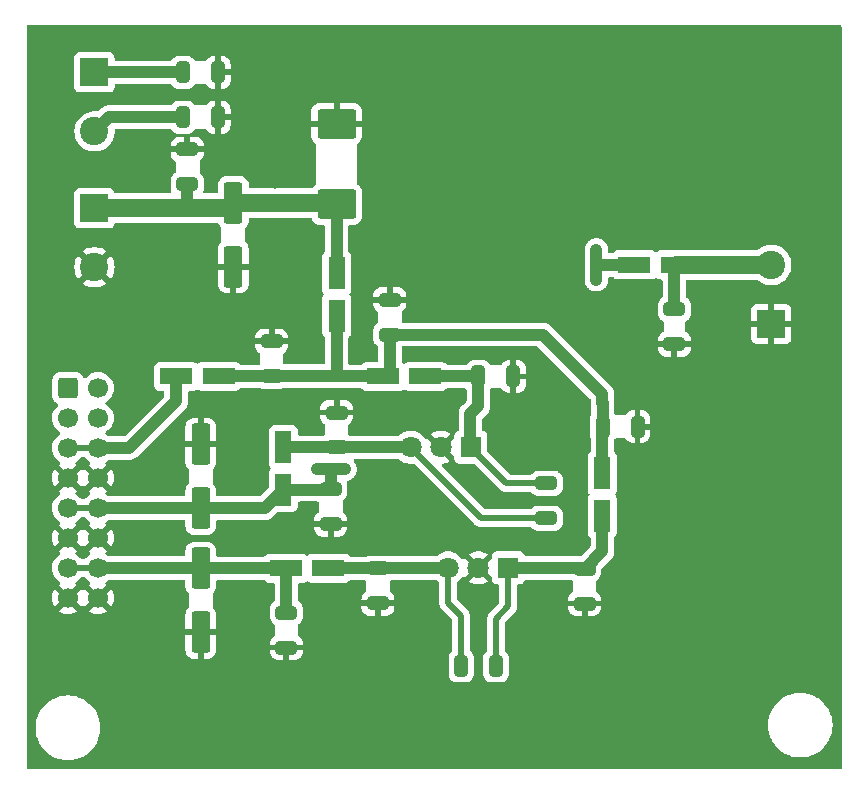
<source format=gbr>
G04 #@! TF.GenerationSoftware,KiCad,Pcbnew,8.0.3*
G04 #@! TF.CreationDate,2024-06-11T06:19:06-04:00*
G04 #@! TF.ProjectId,T41-2_Power,5434312d-325f-4506-9f77-65722e6b6963,rev?*
G04 #@! TF.SameCoordinates,Original*
G04 #@! TF.FileFunction,Copper,L1,Top*
G04 #@! TF.FilePolarity,Positive*
%FSLAX46Y46*%
G04 Gerber Fmt 4.6, Leading zero omitted, Abs format (unit mm)*
G04 Created by KiCad (PCBNEW 8.0.3) date 2024-06-11 06:19:06*
%MOMM*%
%LPD*%
G01*
G04 APERTURE LIST*
G04 Aperture macros list*
%AMRoundRect*
0 Rectangle with rounded corners*
0 $1 Rounding radius*
0 $2 $3 $4 $5 $6 $7 $8 $9 X,Y pos of 4 corners*
0 Add a 4 corners polygon primitive as box body*
4,1,4,$2,$3,$4,$5,$6,$7,$8,$9,$2,$3,0*
0 Add four circle primitives for the rounded corners*
1,1,$1+$1,$2,$3*
1,1,$1+$1,$4,$5*
1,1,$1+$1,$6,$7*
1,1,$1+$1,$8,$9*
0 Add four rect primitives between the rounded corners*
20,1,$1+$1,$2,$3,$4,$5,0*
20,1,$1+$1,$4,$5,$6,$7,0*
20,1,$1+$1,$6,$7,$8,$9,0*
20,1,$1+$1,$8,$9,$2,$3,0*%
G04 Aperture macros list end*
G04 #@! TA.AperFunction,ComponentPad*
%ADD10RoundRect,0.250000X-0.600000X-0.600000X0.600000X-0.600000X0.600000X0.600000X-0.600000X0.600000X0*%
G04 #@! TD*
G04 #@! TA.AperFunction,ComponentPad*
%ADD11C,1.700000*%
G04 #@! TD*
G04 #@! TA.AperFunction,SMDPad,CuDef*
%ADD12RoundRect,0.250000X0.650000X-0.325000X0.650000X0.325000X-0.650000X0.325000X-0.650000X-0.325000X0*%
G04 #@! TD*
G04 #@! TA.AperFunction,SMDPad,CuDef*
%ADD13RoundRect,0.250000X-0.650000X0.325000X-0.650000X-0.325000X0.650000X-0.325000X0.650000X0.325000X0*%
G04 #@! TD*
G04 #@! TA.AperFunction,SMDPad,CuDef*
%ADD14RoundRect,0.250000X0.550000X-1.500000X0.550000X1.500000X-0.550000X1.500000X-0.550000X-1.500000X0*%
G04 #@! TD*
G04 #@! TA.AperFunction,SMDPad,CuDef*
%ADD15RoundRect,0.250000X0.325000X0.650000X-0.325000X0.650000X-0.325000X-0.650000X0.325000X-0.650000X0*%
G04 #@! TD*
G04 #@! TA.AperFunction,SMDPad,CuDef*
%ADD16R,2.770000X1.470000*%
G04 #@! TD*
G04 #@! TA.AperFunction,SMDPad,CuDef*
%ADD17RoundRect,0.250000X1.400000X1.000000X-1.400000X1.000000X-1.400000X-1.000000X1.400000X-1.000000X0*%
G04 #@! TD*
G04 #@! TA.AperFunction,SMDPad,CuDef*
%ADD18R,1.470000X2.770000*%
G04 #@! TD*
G04 #@! TA.AperFunction,ComponentPad*
%ADD19R,2.400000X2.400000*%
G04 #@! TD*
G04 #@! TA.AperFunction,ComponentPad*
%ADD20C,2.400000*%
G04 #@! TD*
G04 #@! TA.AperFunction,ComponentPad*
%ADD21R,1.800000X1.800000*%
G04 #@! TD*
G04 #@! TA.AperFunction,ComponentPad*
%ADD22C,1.800000*%
G04 #@! TD*
G04 #@! TA.AperFunction,SMDPad,CuDef*
%ADD23RoundRect,0.250000X-0.550000X1.500000X-0.550000X-1.500000X0.550000X-1.500000X0.550000X1.500000X0*%
G04 #@! TD*
G04 #@! TA.AperFunction,ViaPad*
%ADD24C,1.000000*%
G04 #@! TD*
G04 #@! TA.AperFunction,Conductor*
%ADD25C,0.500000*%
G04 #@! TD*
G04 #@! TA.AperFunction,Conductor*
%ADD26C,1.000000*%
G04 #@! TD*
G04 #@! TA.AperFunction,Conductor*
%ADD27C,1.500000*%
G04 #@! TD*
G04 APERTURE END LIST*
D10*
X104000000Y-97220000D03*
D11*
X106540000Y-97220000D03*
X104000000Y-99760000D03*
X106540000Y-99760000D03*
X104000000Y-102300000D03*
X106540000Y-102300000D03*
X104000000Y-104840000D03*
X106540000Y-104840000D03*
X104000000Y-107380000D03*
X106540000Y-107380000D03*
X104000000Y-109920000D03*
X106540000Y-109920000D03*
X104000000Y-112460000D03*
X106540000Y-112460000D03*
X104000000Y-115000000D03*
X106540000Y-115000000D03*
D12*
X122500000Y-119200000D03*
X122500000Y-116250000D03*
D13*
X126750000Y-99300000D03*
X126750000Y-102250000D03*
D14*
X115250000Y-107400000D03*
X115250000Y-102000000D03*
D15*
X140250000Y-120750000D03*
X137300000Y-120750000D03*
X116700000Y-74300000D03*
X113750000Y-74300000D03*
X152225000Y-100500000D03*
X149275000Y-100500000D03*
D16*
X155550000Y-86800000D03*
X151970000Y-86800000D03*
D17*
X126750000Y-81650000D03*
X126750000Y-74850000D03*
D18*
X122250000Y-102250000D03*
X122250000Y-105830000D03*
D19*
X106250000Y-82000000D03*
D20*
X106250000Y-87000000D03*
D21*
X138100000Y-102250000D03*
D22*
X135560000Y-102250000D03*
X133020000Y-102250000D03*
D23*
X118000000Y-81550000D03*
X118000000Y-86950000D03*
X115250000Y-112500000D03*
X115250000Y-117900000D03*
D13*
X131250000Y-89750000D03*
X131250000Y-92700000D03*
D12*
X130250000Y-115450000D03*
X130250000Y-112500000D03*
X147750000Y-115475000D03*
X147750000Y-112525000D03*
D18*
X126750000Y-87510000D03*
X126750000Y-91090000D03*
D16*
X126040000Y-112500000D03*
X122460000Y-112500000D03*
X113170000Y-96250000D03*
X116750000Y-96250000D03*
D13*
X114100000Y-77025000D03*
X114100000Y-79975000D03*
D16*
X130670000Y-96250000D03*
X134250000Y-96250000D03*
D21*
X141280000Y-112450000D03*
D22*
X138740000Y-112450000D03*
X136200000Y-112450000D03*
D13*
X121250000Y-93275000D03*
X121250000Y-96225000D03*
D15*
X116700000Y-70500000D03*
X113750000Y-70500000D03*
D12*
X155350000Y-93500000D03*
X155350000Y-90550000D03*
D18*
X149250000Y-104460000D03*
X149250000Y-108040000D03*
D12*
X126250000Y-108725000D03*
X126250000Y-105775000D03*
D13*
X144500000Y-105300000D03*
X144500000Y-108250000D03*
D19*
X106250000Y-70500000D03*
D20*
X106250000Y-75500000D03*
D19*
X163550000Y-91800000D03*
D20*
X163550000Y-86800000D03*
D15*
X141700000Y-96250000D03*
X138750000Y-96250000D03*
D24*
X168250000Y-72750000D03*
X124000000Y-84000000D03*
X137000000Y-98000000D03*
X118000000Y-90500000D03*
X131250000Y-74750000D03*
X130250000Y-117500000D03*
X118200000Y-68800000D03*
X102250000Y-70250000D03*
X122700000Y-76300000D03*
X110750000Y-98000000D03*
X129500000Y-99000000D03*
X154500000Y-100500000D03*
X124000000Y-108750000D03*
X112000000Y-80100000D03*
X153500000Y-89200000D03*
X134700000Y-114200000D03*
X168000000Y-97000000D03*
X118400000Y-76200000D03*
X140650000Y-102800000D03*
X142900000Y-114300000D03*
X137000000Y-94500000D03*
X144000000Y-96250000D03*
X126750000Y-72000000D03*
X138750000Y-115250000D03*
X115250000Y-121500000D03*
X147100000Y-88450000D03*
X155250000Y-67750000D03*
X168250000Y-121750000D03*
X118300000Y-72100000D03*
X146500000Y-110250000D03*
X147150000Y-85150000D03*
X124000000Y-98000000D03*
X121500000Y-79900000D03*
X133750000Y-99250000D03*
X147000000Y-93000000D03*
X115250000Y-98500000D03*
X128750000Y-108750000D03*
X128300000Y-93900000D03*
X114000000Y-67500000D03*
X147750000Y-117500000D03*
X137500000Y-104500000D03*
X132900000Y-104650000D03*
X102000000Y-122000000D03*
X156900000Y-84900000D03*
X138750000Y-109500000D03*
X135500000Y-86650000D03*
X122500000Y-121500000D03*
X110300000Y-83800000D03*
X135750000Y-91000000D03*
X110500000Y-90900000D03*
X126750000Y-67500000D03*
X155350000Y-95300000D03*
X124750000Y-94250000D03*
X127450000Y-104100000D03*
X126250000Y-104100000D03*
X148750000Y-85550000D03*
X148750000Y-88050000D03*
X125050000Y-104100000D03*
X148750000Y-86800000D03*
D25*
X136210000Y-115460000D02*
X136210000Y-112475000D01*
D26*
X136210000Y-112475000D02*
X130275000Y-112475000D01*
X126040000Y-112500000D02*
X130250000Y-112500000D01*
D25*
X137300000Y-116550000D02*
X136210000Y-115460000D01*
X137300000Y-120750000D02*
X137300000Y-116550000D01*
D26*
X130275000Y-112475000D02*
X130250000Y-112500000D01*
D25*
X140250000Y-120750000D02*
X140250000Y-116750000D01*
X140250000Y-116750000D02*
X141290000Y-115710000D01*
D26*
X147750000Y-112525000D02*
X149250000Y-111025000D01*
X147700000Y-112475000D02*
X147750000Y-112525000D01*
X141290000Y-112475000D02*
X147700000Y-112475000D01*
D25*
X141290000Y-115710000D02*
X141290000Y-112475000D01*
D26*
X149250000Y-111025000D02*
X149250000Y-108040000D01*
D25*
X144500000Y-105300000D02*
X141130000Y-105300000D01*
D26*
X138700000Y-96250000D02*
X138750000Y-96200000D01*
D25*
X141130000Y-105300000D02*
X138080000Y-102250000D01*
D26*
X138080000Y-102250000D02*
X138080000Y-99420000D01*
X134250000Y-96250000D02*
X138700000Y-96250000D01*
X138080000Y-99420000D02*
X138750000Y-98750000D01*
X138750000Y-98750000D02*
X138750000Y-96200000D01*
D25*
X139000000Y-108250000D02*
X133000000Y-102250000D01*
X144500000Y-108250000D02*
X139000000Y-108250000D01*
D26*
X122250000Y-102250000D02*
X133000000Y-102250000D01*
X117950000Y-87000000D02*
X118000000Y-86950000D01*
X106540000Y-112460000D02*
X115210000Y-112460000D01*
D25*
X122500000Y-112540000D02*
X122460000Y-112500000D01*
D26*
X122500000Y-116250000D02*
X122500000Y-112540000D01*
D25*
X115210000Y-112460000D02*
X115250000Y-112500000D01*
X106540000Y-112460000D02*
X104000000Y-112460000D01*
D26*
X115250000Y-112500000D02*
X122460000Y-112500000D01*
X106540000Y-107380000D02*
X115230000Y-107380000D01*
X122250000Y-105830000D02*
X126195000Y-105830000D01*
X126195000Y-105830000D02*
X126250000Y-105775000D01*
X126250000Y-104100000D02*
X127450000Y-104100000D01*
X148750000Y-86800000D02*
X148800000Y-86800000D01*
X151970000Y-86800000D02*
X148750000Y-86800000D01*
X126250000Y-105775000D02*
X126250000Y-104100000D01*
X126250000Y-104100000D02*
X125050000Y-104100000D01*
X148750000Y-86800000D02*
X148750000Y-88050000D01*
X115230000Y-107380000D02*
X115250000Y-107400000D01*
X148750000Y-86800000D02*
X148750000Y-85550000D01*
X120680000Y-107400000D02*
X122250000Y-105830000D01*
D25*
X106540000Y-107380000D02*
X104000000Y-107380000D01*
D26*
X115250000Y-107400000D02*
X120680000Y-107400000D01*
D27*
X114250000Y-82000000D02*
X113700000Y-82000000D01*
X113700000Y-82000000D02*
X106250000Y-82000000D01*
D26*
X126650000Y-81550000D02*
X126750000Y-81650000D01*
X114100000Y-79975000D02*
X114100000Y-81600000D01*
X117550000Y-82000000D02*
X118000000Y-81550000D01*
X114100000Y-81600000D02*
X113700000Y-82000000D01*
X126750000Y-81650000D02*
X126750000Y-87510000D01*
D27*
X114250000Y-82000000D02*
X117550000Y-82000000D01*
X118000000Y-81550000D02*
X126650000Y-81550000D01*
D26*
X149275000Y-98525000D02*
X149275000Y-100500000D01*
X121250000Y-96225000D02*
X126725000Y-96225000D01*
X149250000Y-100525000D02*
X149275000Y-100500000D01*
X131250000Y-92700000D02*
X131250000Y-95670000D01*
X149250000Y-104460000D02*
X149250000Y-100525000D01*
X126725000Y-96225000D02*
X126750000Y-96250000D01*
X131250000Y-92700000D02*
X144200000Y-92700000D01*
X126750000Y-91090000D02*
X126750000Y-96200000D01*
X149250000Y-97750000D02*
X149250000Y-98500000D01*
X116750000Y-96250000D02*
X121225000Y-96250000D01*
X149250000Y-98500000D02*
X149275000Y-98525000D01*
X126750000Y-96200000D02*
X126725000Y-96225000D01*
X130670000Y-96250000D02*
X126750000Y-96250000D01*
X144200000Y-92700000D02*
X149250000Y-97750000D01*
X131250000Y-95670000D02*
X130670000Y-96250000D01*
X121225000Y-96250000D02*
X121250000Y-96225000D01*
D25*
X104000000Y-102300000D02*
X106540000Y-102300000D01*
D26*
X109200000Y-102300000D02*
X106540000Y-102300000D01*
X113170000Y-98330000D02*
X109200000Y-102300000D01*
X113170000Y-96250000D02*
X113170000Y-98330000D01*
X106250000Y-70500000D02*
X113750000Y-70500000D01*
X107450000Y-74300000D02*
X106250000Y-75500000D01*
X113750000Y-74300000D02*
X107450000Y-74300000D01*
D27*
X155550000Y-86800000D02*
X163550000Y-86800000D01*
D26*
X155350000Y-87000000D02*
X155550000Y-86800000D01*
X155350000Y-90550000D02*
X155350000Y-87000000D01*
G04 #@! TA.AperFunction,Conductor*
G36*
X105419338Y-113230185D02*
G01*
X105453873Y-113263376D01*
X105501501Y-113331395D01*
X105501505Y-113331401D01*
X105668599Y-113498495D01*
X105851232Y-113626376D01*
X105854594Y-113628730D01*
X105898218Y-113683307D01*
X105905411Y-113752806D01*
X105873889Y-113815160D01*
X105854593Y-113831880D01*
X105778626Y-113885072D01*
X105778625Y-113885072D01*
X106410590Y-114517037D01*
X106347007Y-114534075D01*
X106232993Y-114599901D01*
X106139901Y-114692993D01*
X106074075Y-114807007D01*
X106057037Y-114870590D01*
X105425072Y-114238625D01*
X105425072Y-114238626D01*
X105371574Y-114315030D01*
X105316998Y-114358655D01*
X105247499Y-114365849D01*
X105185144Y-114334326D01*
X105168424Y-114315030D01*
X105114925Y-114238626D01*
X105114925Y-114238625D01*
X104482962Y-114870589D01*
X104465925Y-114807007D01*
X104400099Y-114692993D01*
X104307007Y-114599901D01*
X104192993Y-114534075D01*
X104129410Y-114517037D01*
X104761373Y-113885073D01*
X104761373Y-113885072D01*
X104685405Y-113831880D01*
X104641780Y-113777304D01*
X104634586Y-113707805D01*
X104666108Y-113645451D01*
X104685399Y-113628734D01*
X104871401Y-113498495D01*
X105038495Y-113331401D01*
X105086127Y-113263376D01*
X105140704Y-113219751D01*
X105187701Y-113210500D01*
X105352299Y-113210500D01*
X105419338Y-113230185D01*
G37*
G04 #@! TD.AperFunction*
G04 #@! TA.AperFunction,Conductor*
G36*
X143801257Y-93720185D02*
G01*
X143821899Y-93736819D01*
X148213181Y-98128101D01*
X148246666Y-98189424D01*
X148249500Y-98215782D01*
X148249500Y-98598541D01*
X148249500Y-98598543D01*
X148249499Y-98598543D01*
X148272117Y-98712242D01*
X148274500Y-98736434D01*
X148274500Y-99483202D01*
X148265635Y-99523207D01*
X148267458Y-99523811D01*
X148265187Y-99530664D01*
X148265186Y-99530666D01*
X148210001Y-99697203D01*
X148210001Y-99697204D01*
X148210000Y-99697204D01*
X148199500Y-99799983D01*
X148199500Y-101200001D01*
X148199501Y-101200018D01*
X148210000Y-101302796D01*
X148243206Y-101403001D01*
X148249500Y-101442006D01*
X148249500Y-102586478D01*
X148229815Y-102653517D01*
X148199812Y-102685744D01*
X148157457Y-102717450D01*
X148157451Y-102717457D01*
X148071206Y-102832664D01*
X148071202Y-102832671D01*
X148020908Y-102967517D01*
X148014501Y-103027116D01*
X148014501Y-103027123D01*
X148014500Y-103027135D01*
X148014500Y-105892870D01*
X148014501Y-105892876D01*
X148020908Y-105952483D01*
X148071202Y-106087328D01*
X148071203Y-106087330D01*
X148137349Y-106175689D01*
X148161766Y-106241153D01*
X148146915Y-106309426D01*
X148137349Y-106324311D01*
X148071203Y-106412669D01*
X148071202Y-106412671D01*
X148020908Y-106547517D01*
X148014501Y-106607116D01*
X148014501Y-106607123D01*
X148014500Y-106607135D01*
X148014500Y-109472870D01*
X148014501Y-109472876D01*
X148020908Y-109532483D01*
X148071202Y-109667328D01*
X148071203Y-109667329D01*
X148071204Y-109667331D01*
X148157454Y-109782546D01*
X148199810Y-109814253D01*
X148241682Y-109870186D01*
X148249500Y-109913520D01*
X148249500Y-110559216D01*
X148229815Y-110626255D01*
X148213181Y-110646897D01*
X147446896Y-111413181D01*
X147385573Y-111446666D01*
X147359215Y-111449500D01*
X147049999Y-111449500D01*
X147049980Y-111449501D01*
X146947203Y-111460000D01*
X146928617Y-111466159D01*
X146922441Y-111468206D01*
X146883438Y-111474500D01*
X142772115Y-111474500D01*
X142705076Y-111454815D01*
X142659321Y-111402011D01*
X142655933Y-111393833D01*
X142623797Y-111307671D01*
X142623793Y-111307664D01*
X142537547Y-111192455D01*
X142537544Y-111192452D01*
X142422335Y-111106206D01*
X142422328Y-111106202D01*
X142287482Y-111055908D01*
X142287483Y-111055908D01*
X142227883Y-111049501D01*
X142227881Y-111049500D01*
X142227873Y-111049500D01*
X142227864Y-111049500D01*
X140332129Y-111049500D01*
X140332123Y-111049501D01*
X140272516Y-111055908D01*
X140137671Y-111106202D01*
X140137664Y-111106206D01*
X140022455Y-111192452D01*
X140022452Y-111192455D01*
X139936206Y-111307664D01*
X139936202Y-111307671D01*
X139885908Y-111442517D01*
X139879501Y-111502116D01*
X139879500Y-111502135D01*
X139879500Y-111612691D01*
X139859815Y-111679730D01*
X139843181Y-111700372D01*
X139304612Y-112238940D01*
X139299111Y-112218409D01*
X139220119Y-112081592D01*
X139108408Y-111969881D01*
X138971591Y-111890889D01*
X138951058Y-111885387D01*
X139538797Y-111297647D01*
X139538797Y-111297645D01*
X139508360Y-111273955D01*
X139508354Y-111273951D01*
X139304302Y-111163523D01*
X139304293Y-111163520D01*
X139084860Y-111088188D01*
X138856007Y-111050000D01*
X138623993Y-111050000D01*
X138395139Y-111088188D01*
X138175706Y-111163520D01*
X138175697Y-111163523D01*
X137971650Y-111273949D01*
X137941200Y-111297647D01*
X138528941Y-111885387D01*
X138508409Y-111890889D01*
X138371592Y-111969881D01*
X138259881Y-112081592D01*
X138180889Y-112218409D01*
X138175387Y-112238941D01*
X137588811Y-111652365D01*
X137574106Y-111674873D01*
X137520959Y-111720230D01*
X137451728Y-111729653D01*
X137388392Y-111700150D01*
X137366489Y-111674873D01*
X137308981Y-111586850D01*
X137308980Y-111586849D01*
X137308979Y-111586847D01*
X137151784Y-111416087D01*
X137151779Y-111416083D01*
X137151777Y-111416081D01*
X136968634Y-111273535D01*
X136968628Y-111273531D01*
X136764504Y-111163064D01*
X136764495Y-111163061D01*
X136544984Y-111087702D01*
X136354450Y-111055908D01*
X136316049Y-111049500D01*
X136083951Y-111049500D01*
X136045550Y-111055908D01*
X135855015Y-111087702D01*
X135635504Y-111163061D01*
X135635495Y-111163064D01*
X135431371Y-111273531D01*
X135333767Y-111349500D01*
X135248216Y-111416087D01*
X135231280Y-111434483D01*
X135171395Y-111470473D01*
X135140052Y-111474500D01*
X131192007Y-111474500D01*
X131153003Y-111468206D01*
X131126730Y-111459500D01*
X131052797Y-111435001D01*
X131052795Y-111435000D01*
X130950010Y-111424500D01*
X129549998Y-111424500D01*
X129549981Y-111424501D01*
X129447203Y-111435000D01*
X129447200Y-111435001D01*
X129273810Y-111492458D01*
X129273204Y-111490631D01*
X129233202Y-111499500D01*
X127913521Y-111499500D01*
X127846482Y-111479815D01*
X127814254Y-111449810D01*
X127782550Y-111407458D01*
X127782547Y-111407455D01*
X127782546Y-111407454D01*
X127764351Y-111393833D01*
X127667335Y-111321206D01*
X127667328Y-111321202D01*
X127532482Y-111270908D01*
X127532483Y-111270908D01*
X127472883Y-111264501D01*
X127472881Y-111264500D01*
X127472873Y-111264500D01*
X127472864Y-111264500D01*
X124607129Y-111264500D01*
X124607123Y-111264501D01*
X124547516Y-111270908D01*
X124412671Y-111321202D01*
X124412669Y-111321203D01*
X124324311Y-111387349D01*
X124258847Y-111411766D01*
X124190574Y-111396915D01*
X124175689Y-111387349D01*
X124087330Y-111321203D01*
X124087328Y-111321202D01*
X123952482Y-111270908D01*
X123952483Y-111270908D01*
X123892883Y-111264501D01*
X123892881Y-111264500D01*
X123892873Y-111264500D01*
X123892864Y-111264500D01*
X121027129Y-111264500D01*
X121027123Y-111264501D01*
X120967516Y-111270908D01*
X120832671Y-111321202D01*
X120832664Y-111321206D01*
X120717457Y-111407451D01*
X120717449Y-111407458D01*
X120685746Y-111449810D01*
X120629813Y-111491682D01*
X120586479Y-111499500D01*
X116674499Y-111499500D01*
X116607460Y-111479815D01*
X116561705Y-111427011D01*
X116550499Y-111375500D01*
X116550499Y-110949998D01*
X116550498Y-110949981D01*
X116539999Y-110847203D01*
X116539998Y-110847200D01*
X116485048Y-110681373D01*
X116484814Y-110680666D01*
X116392712Y-110531344D01*
X116268656Y-110407288D01*
X116175888Y-110350069D01*
X116119336Y-110315187D01*
X116119331Y-110315185D01*
X116117862Y-110314698D01*
X115952797Y-110260001D01*
X115952795Y-110260000D01*
X115850010Y-110249500D01*
X114649998Y-110249500D01*
X114649981Y-110249501D01*
X114547203Y-110260000D01*
X114547200Y-110260001D01*
X114380668Y-110315185D01*
X114380663Y-110315187D01*
X114231342Y-110407289D01*
X114107289Y-110531342D01*
X114015187Y-110680663D01*
X114015185Y-110680668D01*
X113987349Y-110764670D01*
X113960001Y-110847203D01*
X113960001Y-110847204D01*
X113960000Y-110847204D01*
X113949500Y-110949983D01*
X113949500Y-111335500D01*
X113929815Y-111402539D01*
X113877011Y-111448294D01*
X113825500Y-111459500D01*
X107500758Y-111459500D01*
X107433719Y-111439815D01*
X107413077Y-111423181D01*
X107411402Y-111421506D01*
X107411401Y-111421505D01*
X107225405Y-111291269D01*
X107181781Y-111236692D01*
X107174588Y-111167193D01*
X107206110Y-111104839D01*
X107225405Y-111088119D01*
X107301373Y-111034925D01*
X106669409Y-110402962D01*
X106732993Y-110385925D01*
X106847007Y-110320099D01*
X106940099Y-110227007D01*
X107005925Y-110112993D01*
X107022962Y-110049410D01*
X107654925Y-110681373D01*
X107654926Y-110681373D01*
X107713598Y-110597582D01*
X107713600Y-110597578D01*
X107813429Y-110383492D01*
X107813433Y-110383483D01*
X107874567Y-110155326D01*
X107874569Y-110155315D01*
X107895157Y-109920001D01*
X107895157Y-109919998D01*
X107874569Y-109684684D01*
X107874567Y-109684673D01*
X107813433Y-109456516D01*
X107813429Y-109456507D01*
X107713600Y-109242423D01*
X107713599Y-109242421D01*
X107654925Y-109158626D01*
X107654925Y-109158625D01*
X107022962Y-109790589D01*
X107005925Y-109727007D01*
X106940099Y-109612993D01*
X106847007Y-109519901D01*
X106732993Y-109454075D01*
X106669410Y-109437037D01*
X107301373Y-108805073D01*
X107301373Y-108805072D01*
X107225405Y-108751880D01*
X107181780Y-108697304D01*
X107174586Y-108627805D01*
X107206108Y-108565451D01*
X107225399Y-108548734D01*
X107411401Y-108418495D01*
X107413077Y-108416819D01*
X107413995Y-108416317D01*
X107415544Y-108415018D01*
X107415805Y-108415329D01*
X107474400Y-108383334D01*
X107500758Y-108380500D01*
X113825501Y-108380500D01*
X113892540Y-108400185D01*
X113938295Y-108452989D01*
X113949501Y-108504500D01*
X113949501Y-108950018D01*
X113960000Y-109052796D01*
X113960001Y-109052799D01*
X113995069Y-109158625D01*
X114015186Y-109219334D01*
X114107288Y-109368656D01*
X114231344Y-109492712D01*
X114380666Y-109584814D01*
X114547203Y-109639999D01*
X114649991Y-109650500D01*
X115850008Y-109650499D01*
X115952797Y-109639999D01*
X116119334Y-109584814D01*
X116268656Y-109492712D01*
X116392712Y-109368656D01*
X116484814Y-109219334D01*
X116524362Y-109099986D01*
X124850001Y-109099986D01*
X124860494Y-109202697D01*
X124915641Y-109369119D01*
X124915643Y-109369124D01*
X125007684Y-109518345D01*
X125131654Y-109642315D01*
X125280875Y-109734356D01*
X125280880Y-109734358D01*
X125447302Y-109789505D01*
X125447309Y-109789506D01*
X125550019Y-109799999D01*
X125999999Y-109799999D01*
X126500000Y-109799999D01*
X126949972Y-109799999D01*
X126949986Y-109799998D01*
X127052697Y-109789505D01*
X127219119Y-109734358D01*
X127219124Y-109734356D01*
X127368345Y-109642315D01*
X127492315Y-109518345D01*
X127584356Y-109369124D01*
X127584358Y-109369119D01*
X127639505Y-109202697D01*
X127639506Y-109202690D01*
X127649999Y-109099986D01*
X127650000Y-109099973D01*
X127650000Y-108975000D01*
X126500000Y-108975000D01*
X126500000Y-109799999D01*
X125999999Y-109799999D01*
X126000000Y-109799998D01*
X126000000Y-108975000D01*
X124850001Y-108975000D01*
X124850001Y-109099986D01*
X116524362Y-109099986D01*
X116539999Y-109052797D01*
X116550500Y-108950009D01*
X116550500Y-108524500D01*
X116570185Y-108457461D01*
X116622989Y-108411706D01*
X116674500Y-108400500D01*
X120778543Y-108400500D01*
X120845571Y-108387166D01*
X120879087Y-108380500D01*
X120971836Y-108362051D01*
X121025165Y-108339961D01*
X121153914Y-108286632D01*
X121317782Y-108177139D01*
X121457139Y-108037782D01*
X121457139Y-108037780D01*
X121467347Y-108027573D01*
X121467349Y-108027570D01*
X121743101Y-107751818D01*
X121804424Y-107718333D01*
X121830782Y-107715499D01*
X123032871Y-107715499D01*
X123032872Y-107715499D01*
X123092483Y-107709091D01*
X123227331Y-107658796D01*
X123342546Y-107572546D01*
X123428796Y-107457331D01*
X123479091Y-107322483D01*
X123485500Y-107262873D01*
X123485500Y-106954500D01*
X123505185Y-106887461D01*
X123557989Y-106841706D01*
X123609500Y-106830500D01*
X125126000Y-106830500D01*
X125193039Y-106850185D01*
X125238794Y-106902989D01*
X125250000Y-106954500D01*
X125250000Y-107665480D01*
X125230315Y-107732519D01*
X125191098Y-107771018D01*
X125131656Y-107807682D01*
X125007684Y-107931654D01*
X124915643Y-108080875D01*
X124915641Y-108080880D01*
X124860494Y-108247302D01*
X124860493Y-108247309D01*
X124850000Y-108350013D01*
X124850000Y-108475000D01*
X127649999Y-108475000D01*
X127649999Y-108350028D01*
X127649998Y-108350013D01*
X127639505Y-108247302D01*
X127584358Y-108080880D01*
X127584356Y-108080875D01*
X127492315Y-107931654D01*
X127368343Y-107807682D01*
X127308902Y-107771018D01*
X127262178Y-107719070D01*
X127250000Y-107665480D01*
X127250000Y-106835106D01*
X127269685Y-106768067D01*
X127308904Y-106729567D01*
X127353320Y-106702171D01*
X127368656Y-106692712D01*
X127492712Y-106568656D01*
X127584814Y-106419334D01*
X127639999Y-106252797D01*
X127650500Y-106150009D01*
X127650499Y-105399992D01*
X127642833Y-105324951D01*
X127639999Y-105297203D01*
X127628873Y-105263628D01*
X127617342Y-105228831D01*
X127614941Y-105159006D01*
X127650672Y-105098963D01*
X127710858Y-105068212D01*
X127741835Y-105062051D01*
X127781847Y-105045476D01*
X127793280Y-105041386D01*
X127834727Y-105028814D01*
X127872918Y-105008399D01*
X127883906Y-105003202D01*
X127923914Y-104986632D01*
X127959938Y-104962560D01*
X127970351Y-104956320D01*
X127996591Y-104942295D01*
X128008535Y-104935912D01*
X128008539Y-104935909D01*
X128042005Y-104908444D01*
X128051782Y-104901193D01*
X128087781Y-104877140D01*
X128087783Y-104877138D01*
X128087783Y-104877137D01*
X128118408Y-104846512D01*
X128127402Y-104838359D01*
X128160883Y-104810883D01*
X128188359Y-104777402D01*
X128196512Y-104768408D01*
X128227139Y-104737782D01*
X128251193Y-104701781D01*
X128258444Y-104692005D01*
X128285909Y-104658539D01*
X128285912Y-104658535D01*
X128292295Y-104646591D01*
X128306320Y-104620351D01*
X128312560Y-104609938D01*
X128336632Y-104573914D01*
X128353202Y-104533906D01*
X128358402Y-104522913D01*
X128378814Y-104484727D01*
X128391386Y-104443280D01*
X128395476Y-104431847D01*
X128412051Y-104391835D01*
X128420500Y-104349353D01*
X128423450Y-104337580D01*
X128436024Y-104296132D01*
X128440268Y-104253037D01*
X128442054Y-104240999D01*
X128443248Y-104235000D01*
X128450500Y-104198541D01*
X128450500Y-104155244D01*
X128451097Y-104143090D01*
X128451828Y-104135665D01*
X128455341Y-104100000D01*
X128451097Y-104056907D01*
X128450500Y-104044754D01*
X128450500Y-104001458D01*
X128443913Y-103968345D01*
X128442052Y-103958990D01*
X128440268Y-103946961D01*
X128436024Y-103903869D01*
X128436024Y-103903868D01*
X128423448Y-103862414D01*
X128420499Y-103850640D01*
X128412051Y-103808165D01*
X128395480Y-103768159D01*
X128391383Y-103756710D01*
X128378814Y-103715273D01*
X128358404Y-103677091D01*
X128353203Y-103666095D01*
X128336632Y-103626086D01*
X128312572Y-103590078D01*
X128306316Y-103579640D01*
X128285911Y-103541464D01*
X128285910Y-103541462D01*
X128258438Y-103507988D01*
X128251194Y-103498219D01*
X128227140Y-103462219D01*
X128227136Y-103462214D01*
X128227103Y-103462181D01*
X128227091Y-103462159D01*
X128223274Y-103457508D01*
X128224156Y-103456784D01*
X128193618Y-103400858D01*
X128198602Y-103331166D01*
X128240474Y-103275233D01*
X128305938Y-103250816D01*
X128314784Y-103250500D01*
X131983536Y-103250500D01*
X132050575Y-103270185D01*
X132067521Y-103283272D01*
X132068204Y-103283901D01*
X132068216Y-103283913D01*
X132184603Y-103374500D01*
X132250830Y-103426047D01*
X132251374Y-103426470D01*
X132393317Y-103503286D01*
X132454652Y-103536479D01*
X132455497Y-103536936D01*
X132563178Y-103573903D01*
X132675015Y-103612297D01*
X132675017Y-103612297D01*
X132675019Y-103612298D01*
X132903951Y-103650500D01*
X132903952Y-103650500D01*
X133136046Y-103650500D01*
X133136049Y-103650500D01*
X133247134Y-103631962D01*
X133316495Y-103640343D01*
X133355222Y-103666590D01*
X135891179Y-106202546D01*
X138417048Y-108728415D01*
X138417049Y-108728416D01*
X138493705Y-108805072D01*
X138521585Y-108832952D01*
X138644498Y-108915080D01*
X138644511Y-108915087D01*
X138728838Y-108950016D01*
X138781087Y-108971658D01*
X138781091Y-108971658D01*
X138781092Y-108971659D01*
X138926079Y-109000500D01*
X138926082Y-109000500D01*
X143163132Y-109000500D01*
X143230171Y-109020185D01*
X143251346Y-109039383D01*
X143252181Y-109038549D01*
X143257288Y-109043656D01*
X143381344Y-109167712D01*
X143530666Y-109259814D01*
X143697203Y-109314999D01*
X143799991Y-109325500D01*
X145200008Y-109325499D01*
X145302797Y-109314999D01*
X145469334Y-109259814D01*
X145618656Y-109167712D01*
X145742712Y-109043656D01*
X145834814Y-108894334D01*
X145889999Y-108727797D01*
X145900500Y-108625009D01*
X145900499Y-107874992D01*
X145889999Y-107772203D01*
X145834814Y-107605666D01*
X145742712Y-107456344D01*
X145618656Y-107332288D01*
X145469334Y-107240186D01*
X145302797Y-107185001D01*
X145302795Y-107185000D01*
X145200010Y-107174500D01*
X143799998Y-107174500D01*
X143799981Y-107174501D01*
X143697203Y-107185000D01*
X143697200Y-107185001D01*
X143530668Y-107240185D01*
X143530663Y-107240187D01*
X143381342Y-107332289D01*
X143252181Y-107461451D01*
X143250294Y-107459564D01*
X143203375Y-107492788D01*
X143163132Y-107499500D01*
X139362229Y-107499500D01*
X139295190Y-107479815D01*
X139274548Y-107463181D01*
X135662402Y-103851034D01*
X135628917Y-103789711D01*
X135633901Y-103720019D01*
X135675773Y-103664086D01*
X135729674Y-103641044D01*
X135904860Y-103611811D01*
X136124293Y-103536479D01*
X136124301Y-103536476D01*
X136328355Y-103426047D01*
X136358797Y-103402351D01*
X136358798Y-103402351D01*
X135771059Y-102814612D01*
X135791591Y-102809111D01*
X135928408Y-102730119D01*
X136040119Y-102618408D01*
X136119111Y-102481591D01*
X136124612Y-102461059D01*
X136663181Y-102999627D01*
X136696666Y-103060950D01*
X136699500Y-103087307D01*
X136699500Y-103197869D01*
X136699501Y-103197876D01*
X136705908Y-103257483D01*
X136756202Y-103392328D01*
X136756206Y-103392335D01*
X136842452Y-103507544D01*
X136842455Y-103507547D01*
X136957664Y-103593793D01*
X136957671Y-103593797D01*
X137092517Y-103644091D01*
X137092516Y-103644091D01*
X137099444Y-103644835D01*
X137152127Y-103650500D01*
X138367769Y-103650499D01*
X138434808Y-103670184D01*
X138455450Y-103686818D01*
X140651580Y-105882948D01*
X140651584Y-105882951D01*
X140774498Y-105965080D01*
X140774511Y-105965087D01*
X140911082Y-106021656D01*
X140911087Y-106021658D01*
X140911091Y-106021658D01*
X140911092Y-106021659D01*
X141056079Y-106050500D01*
X141056082Y-106050500D01*
X141203917Y-106050500D01*
X143163132Y-106050500D01*
X143230171Y-106070185D01*
X143251346Y-106089383D01*
X143252181Y-106088549D01*
X143257288Y-106093656D01*
X143381344Y-106217712D01*
X143530666Y-106309814D01*
X143697203Y-106364999D01*
X143799991Y-106375500D01*
X145200008Y-106375499D01*
X145302797Y-106364999D01*
X145469334Y-106309814D01*
X145618656Y-106217712D01*
X145742712Y-106093656D01*
X145834814Y-105944334D01*
X145889999Y-105777797D01*
X145900500Y-105675009D01*
X145900499Y-104924992D01*
X145889999Y-104822203D01*
X145834814Y-104655666D01*
X145742712Y-104506344D01*
X145618656Y-104382288D01*
X145525888Y-104325069D01*
X145469336Y-104290187D01*
X145469331Y-104290185D01*
X145467862Y-104289698D01*
X145302797Y-104235001D01*
X145302795Y-104235000D01*
X145200010Y-104224500D01*
X143799998Y-104224500D01*
X143799981Y-104224501D01*
X143697203Y-104235000D01*
X143697200Y-104235001D01*
X143530668Y-104290185D01*
X143530663Y-104290187D01*
X143381342Y-104382289D01*
X143252181Y-104511451D01*
X143250294Y-104509564D01*
X143203375Y-104542788D01*
X143163132Y-104549500D01*
X141492229Y-104549500D01*
X141425190Y-104529815D01*
X141404548Y-104513181D01*
X139536818Y-102645450D01*
X139503333Y-102584127D01*
X139500499Y-102557769D01*
X139500499Y-101302129D01*
X139500498Y-101302123D01*
X139500497Y-101302116D01*
X139494091Y-101242517D01*
X139489353Y-101229815D01*
X139443797Y-101107671D01*
X139443793Y-101107664D01*
X139357547Y-100992455D01*
X139357544Y-100992452D01*
X139242335Y-100906206D01*
X139242328Y-100906202D01*
X139161167Y-100875931D01*
X139105233Y-100834060D01*
X139080816Y-100768595D01*
X139080500Y-100759749D01*
X139080500Y-99885781D01*
X139100185Y-99818742D01*
X139116815Y-99798104D01*
X139387778Y-99527141D01*
X139387782Y-99527139D01*
X139527139Y-99387782D01*
X139636632Y-99223914D01*
X139660769Y-99165641D01*
X139689961Y-99095166D01*
X139689961Y-99095165D01*
X139695344Y-99082169D01*
X139712051Y-99041836D01*
X139742532Y-98888599D01*
X139750500Y-98848541D01*
X139750500Y-97374000D01*
X139770185Y-97306961D01*
X139822989Y-97261206D01*
X139874500Y-97250000D01*
X140640481Y-97250000D01*
X140707520Y-97269685D01*
X140746020Y-97308903D01*
X140782684Y-97368345D01*
X140906654Y-97492315D01*
X141055875Y-97584356D01*
X141055880Y-97584358D01*
X141222302Y-97639505D01*
X141222309Y-97639506D01*
X141325019Y-97649999D01*
X141449999Y-97649999D01*
X141950000Y-97649999D01*
X142074972Y-97649999D01*
X142074986Y-97649998D01*
X142177697Y-97639505D01*
X142344119Y-97584358D01*
X142344124Y-97584356D01*
X142493345Y-97492315D01*
X142617315Y-97368345D01*
X142709356Y-97219124D01*
X142709358Y-97219119D01*
X142764505Y-97052697D01*
X142764506Y-97052690D01*
X142774999Y-96949986D01*
X142775000Y-96949973D01*
X142775000Y-96500000D01*
X141950000Y-96500000D01*
X141950000Y-97649999D01*
X141449999Y-97649999D01*
X141450000Y-97649998D01*
X141450000Y-96000000D01*
X141950000Y-96000000D01*
X142774999Y-96000000D01*
X142774999Y-95550028D01*
X142774998Y-95550013D01*
X142764505Y-95447302D01*
X142709358Y-95280880D01*
X142709356Y-95280875D01*
X142617315Y-95131654D01*
X142493345Y-95007684D01*
X142344124Y-94915643D01*
X142344119Y-94915641D01*
X142177697Y-94860494D01*
X142177690Y-94860493D01*
X142074986Y-94850000D01*
X141950000Y-94850000D01*
X141950000Y-96000000D01*
X141450000Y-96000000D01*
X141450000Y-94850000D01*
X141325027Y-94850000D01*
X141325012Y-94850001D01*
X141222302Y-94860494D01*
X141055880Y-94915641D01*
X141055875Y-94915643D01*
X140906654Y-95007684D01*
X140782684Y-95131654D01*
X140746020Y-95191097D01*
X140694072Y-95237821D01*
X140640481Y-95250000D01*
X139810106Y-95250000D01*
X139743067Y-95230315D01*
X139704567Y-95191096D01*
X139667712Y-95131344D01*
X139543657Y-95007289D01*
X139543656Y-95007288D01*
X139394334Y-94915186D01*
X139227797Y-94860001D01*
X139227795Y-94860000D01*
X139125010Y-94849500D01*
X138374998Y-94849500D01*
X138374980Y-94849501D01*
X138272203Y-94860000D01*
X138272200Y-94860001D01*
X138105668Y-94915185D01*
X138105663Y-94915187D01*
X137956342Y-95007289D01*
X137832289Y-95131342D01*
X137832288Y-95131344D01*
X137804121Y-95177011D01*
X137795741Y-95190597D01*
X137743793Y-95237321D01*
X137690202Y-95249500D01*
X136123521Y-95249500D01*
X136056482Y-95229815D01*
X136024254Y-95199810D01*
X135992550Y-95157458D01*
X135992547Y-95157455D01*
X135992546Y-95157454D01*
X135978468Y-95146915D01*
X135877335Y-95071206D01*
X135877328Y-95071202D01*
X135742482Y-95020908D01*
X135742483Y-95020908D01*
X135682883Y-95014501D01*
X135682881Y-95014500D01*
X135682873Y-95014500D01*
X135682864Y-95014500D01*
X132817129Y-95014500D01*
X132817123Y-95014501D01*
X132757516Y-95020908D01*
X132622671Y-95071202D01*
X132622669Y-95071203D01*
X132534311Y-95137349D01*
X132468847Y-95161766D01*
X132400574Y-95146915D01*
X132385688Y-95137348D01*
X132300188Y-95073342D01*
X132258318Y-95017408D01*
X132250500Y-94974076D01*
X132250500Y-93824500D01*
X132270185Y-93757461D01*
X132322989Y-93711706D01*
X132374500Y-93700500D01*
X143734218Y-93700500D01*
X143801257Y-93720185D01*
G37*
G04 #@! TD.AperFunction*
G04 #@! TA.AperFunction,Conductor*
G36*
X106074075Y-110112993D02*
G01*
X106139901Y-110227007D01*
X106232993Y-110320099D01*
X106347007Y-110385925D01*
X106410590Y-110402962D01*
X105778625Y-111034925D01*
X105854594Y-111088119D01*
X105898219Y-111142696D01*
X105905413Y-111212194D01*
X105873890Y-111274549D01*
X105854595Y-111291269D01*
X105668594Y-111421508D01*
X105501506Y-111588596D01*
X105453874Y-111656623D01*
X105399297Y-111700248D01*
X105352299Y-111709500D01*
X105187701Y-111709500D01*
X105120662Y-111689815D01*
X105086126Y-111656623D01*
X105038494Y-111588597D01*
X104871402Y-111421506D01*
X104871401Y-111421505D01*
X104685405Y-111291269D01*
X104641781Y-111236692D01*
X104634588Y-111167193D01*
X104666110Y-111104839D01*
X104685405Y-111088119D01*
X104761373Y-111034925D01*
X104129409Y-110402962D01*
X104192993Y-110385925D01*
X104307007Y-110320099D01*
X104400099Y-110227007D01*
X104465925Y-110112993D01*
X104482962Y-110049410D01*
X105114925Y-110681373D01*
X105168425Y-110604968D01*
X105223002Y-110561344D01*
X105292501Y-110554151D01*
X105354855Y-110585673D01*
X105371576Y-110604969D01*
X105425073Y-110681372D01*
X106057037Y-110049409D01*
X106074075Y-110112993D01*
G37*
G04 #@! TD.AperFunction*
G04 #@! TA.AperFunction,Conductor*
G36*
X105419338Y-108150185D02*
G01*
X105453873Y-108183376D01*
X105501505Y-108251401D01*
X105668599Y-108418495D01*
X105791427Y-108504500D01*
X105854594Y-108548730D01*
X105898218Y-108603307D01*
X105905411Y-108672806D01*
X105873889Y-108735160D01*
X105854593Y-108751880D01*
X105778626Y-108805072D01*
X105778625Y-108805072D01*
X106410590Y-109437037D01*
X106347007Y-109454075D01*
X106232993Y-109519901D01*
X106139901Y-109612993D01*
X106074075Y-109727007D01*
X106057037Y-109790590D01*
X105425072Y-109158625D01*
X105425072Y-109158626D01*
X105371574Y-109235030D01*
X105316998Y-109278655D01*
X105247499Y-109285849D01*
X105185144Y-109254326D01*
X105168424Y-109235030D01*
X105114925Y-109158626D01*
X105114925Y-109158625D01*
X104482962Y-109790589D01*
X104465925Y-109727007D01*
X104400099Y-109612993D01*
X104307007Y-109519901D01*
X104192993Y-109454075D01*
X104129410Y-109437037D01*
X104761373Y-108805073D01*
X104761373Y-108805072D01*
X104685405Y-108751880D01*
X104641780Y-108697304D01*
X104634586Y-108627805D01*
X104666108Y-108565451D01*
X104685399Y-108548734D01*
X104871401Y-108418495D01*
X105038495Y-108251401D01*
X105086127Y-108183376D01*
X105140704Y-108139751D01*
X105187701Y-108130500D01*
X105352299Y-108130500D01*
X105419338Y-108150185D01*
G37*
G04 #@! TD.AperFunction*
G04 #@! TA.AperFunction,Conductor*
G36*
X106074075Y-105032993D02*
G01*
X106139901Y-105147007D01*
X106232993Y-105240099D01*
X106347007Y-105305925D01*
X106410590Y-105322962D01*
X105778625Y-105954925D01*
X105854594Y-106008119D01*
X105898219Y-106062696D01*
X105905413Y-106132194D01*
X105873890Y-106194549D01*
X105854595Y-106211269D01*
X105668594Y-106341508D01*
X105501506Y-106508596D01*
X105453874Y-106576623D01*
X105399297Y-106620248D01*
X105352299Y-106629500D01*
X105187701Y-106629500D01*
X105120662Y-106609815D01*
X105086126Y-106576623D01*
X105038494Y-106508597D01*
X104871402Y-106341506D01*
X104871401Y-106341505D01*
X104685405Y-106211269D01*
X104641781Y-106156692D01*
X104634588Y-106087193D01*
X104666110Y-106024839D01*
X104685405Y-106008119D01*
X104761373Y-105954925D01*
X104129409Y-105322962D01*
X104192993Y-105305925D01*
X104307007Y-105240099D01*
X104400099Y-105147007D01*
X104465925Y-105032993D01*
X104482962Y-104969410D01*
X105114925Y-105601373D01*
X105168425Y-105524968D01*
X105223002Y-105481344D01*
X105292501Y-105474151D01*
X105354855Y-105505673D01*
X105371576Y-105524969D01*
X105425073Y-105601372D01*
X106057037Y-104969409D01*
X106074075Y-105032993D01*
G37*
G04 #@! TD.AperFunction*
G04 #@! TA.AperFunction,Conductor*
G36*
X126537755Y-97227882D02*
G01*
X126561178Y-97232542D01*
X126651456Y-97250500D01*
X126651459Y-97250500D01*
X128796479Y-97250500D01*
X128863518Y-97270185D01*
X128895746Y-97300190D01*
X128927449Y-97342541D01*
X128927452Y-97342544D01*
X128927454Y-97342546D01*
X128927457Y-97342548D01*
X129042664Y-97428793D01*
X129042671Y-97428797D01*
X129177517Y-97479091D01*
X129177516Y-97479091D01*
X129184444Y-97479835D01*
X129237127Y-97485500D01*
X132102872Y-97485499D01*
X132162483Y-97479091D01*
X132297331Y-97428796D01*
X132385689Y-97362650D01*
X132451153Y-97338234D01*
X132519426Y-97353085D01*
X132534311Y-97362651D01*
X132622669Y-97428796D01*
X132622671Y-97428797D01*
X132757517Y-97479091D01*
X132757516Y-97479091D01*
X132764444Y-97479835D01*
X132817127Y-97485500D01*
X135682872Y-97485499D01*
X135742483Y-97479091D01*
X135877331Y-97428796D01*
X135992546Y-97342546D01*
X136007187Y-97322989D01*
X136024254Y-97300190D01*
X136080187Y-97258318D01*
X136123521Y-97250500D01*
X137625500Y-97250500D01*
X137692539Y-97270185D01*
X137738294Y-97322989D01*
X137749500Y-97374500D01*
X137749500Y-98284217D01*
X137729815Y-98351256D01*
X137713181Y-98371898D01*
X137595079Y-98490000D01*
X137442221Y-98642858D01*
X137442218Y-98642861D01*
X137404355Y-98680724D01*
X137302859Y-98782219D01*
X137193371Y-98946079D01*
X137193366Y-98946089D01*
X137140038Y-99074831D01*
X137140039Y-99074832D01*
X137125475Y-99109996D01*
X137125473Y-99110000D01*
X137117950Y-99128161D01*
X137117947Y-99128169D01*
X137079500Y-99321456D01*
X137079500Y-100774668D01*
X137059815Y-100841707D01*
X137007011Y-100887462D01*
X136998834Y-100890850D01*
X136957669Y-100906203D01*
X136957664Y-100906206D01*
X136842455Y-100992452D01*
X136842452Y-100992455D01*
X136756206Y-101107664D01*
X136756202Y-101107671D01*
X136705908Y-101242517D01*
X136700087Y-101296666D01*
X136699501Y-101302123D01*
X136699500Y-101302135D01*
X136699500Y-101412691D01*
X136679815Y-101479730D01*
X136663181Y-101500372D01*
X136124612Y-102038940D01*
X136119111Y-102018409D01*
X136040119Y-101881592D01*
X135928408Y-101769881D01*
X135791591Y-101690889D01*
X135771058Y-101685387D01*
X136358797Y-101097647D01*
X136358797Y-101097645D01*
X136328360Y-101073955D01*
X136328354Y-101073951D01*
X136124302Y-100963523D01*
X136124293Y-100963520D01*
X135904860Y-100888188D01*
X135676007Y-100850000D01*
X135443993Y-100850000D01*
X135215139Y-100888188D01*
X134995706Y-100963520D01*
X134995697Y-100963523D01*
X134791650Y-101073949D01*
X134761200Y-101097647D01*
X135348941Y-101685387D01*
X135328409Y-101690889D01*
X135191592Y-101769881D01*
X135079881Y-101881592D01*
X135000889Y-102018409D01*
X134995387Y-102038940D01*
X134408811Y-101452365D01*
X134394106Y-101474873D01*
X134340959Y-101520230D01*
X134271728Y-101529653D01*
X134208392Y-101500150D01*
X134186489Y-101474873D01*
X134128981Y-101386850D01*
X134128980Y-101386849D01*
X134128979Y-101386847D01*
X133971784Y-101216087D01*
X133971779Y-101216083D01*
X133971777Y-101216081D01*
X133788634Y-101073535D01*
X133788628Y-101073531D01*
X133584504Y-100963064D01*
X133584495Y-100963061D01*
X133364984Y-100887702D01*
X133157065Y-100853007D01*
X133136049Y-100849500D01*
X132903951Y-100849500D01*
X132882935Y-100853007D01*
X132675015Y-100887702D01*
X132455504Y-100963061D01*
X132455495Y-100963064D01*
X132251371Y-101073531D01*
X132176797Y-101131575D01*
X132068216Y-101216087D01*
X132068210Y-101216092D01*
X132067521Y-101216728D01*
X132067172Y-101216899D01*
X132064170Y-101219237D01*
X132063689Y-101218619D01*
X132004867Y-101247652D01*
X131983536Y-101249500D01*
X127874000Y-101249500D01*
X127806961Y-101229815D01*
X127761206Y-101177011D01*
X127750000Y-101125500D01*
X127750000Y-100359519D01*
X127769685Y-100292480D01*
X127808903Y-100253980D01*
X127868345Y-100217315D01*
X127992315Y-100093345D01*
X128084356Y-99944124D01*
X128084358Y-99944119D01*
X128139505Y-99777697D01*
X128139506Y-99777690D01*
X128149999Y-99674986D01*
X128150000Y-99674973D01*
X128150000Y-99550000D01*
X125350001Y-99550000D01*
X125350001Y-99674986D01*
X125360494Y-99777697D01*
X125415641Y-99944119D01*
X125415643Y-99944124D01*
X125507684Y-100093345D01*
X125631654Y-100217315D01*
X125691097Y-100253980D01*
X125737821Y-100305928D01*
X125750000Y-100359519D01*
X125750000Y-101125500D01*
X125730315Y-101192539D01*
X125677511Y-101238294D01*
X125626000Y-101249500D01*
X123609499Y-101249500D01*
X123542460Y-101229815D01*
X123496705Y-101177011D01*
X123485499Y-101125500D01*
X123485499Y-100817129D01*
X123485498Y-100817123D01*
X123485497Y-100817116D01*
X123479091Y-100757517D01*
X123476287Y-100750000D01*
X123428797Y-100622671D01*
X123428793Y-100622664D01*
X123342547Y-100507455D01*
X123342544Y-100507452D01*
X123227335Y-100421206D01*
X123227328Y-100421202D01*
X123092482Y-100370908D01*
X123092483Y-100370908D01*
X123032883Y-100364501D01*
X123032881Y-100364500D01*
X123032873Y-100364500D01*
X123032864Y-100364500D01*
X121467129Y-100364500D01*
X121467123Y-100364501D01*
X121407516Y-100370908D01*
X121272671Y-100421202D01*
X121272664Y-100421206D01*
X121157455Y-100507452D01*
X121157452Y-100507455D01*
X121071206Y-100622664D01*
X121071202Y-100622671D01*
X121020908Y-100757517D01*
X121014501Y-100817116D01*
X121014501Y-100817123D01*
X121014500Y-100817135D01*
X121014500Y-103682870D01*
X121014501Y-103682876D01*
X121020908Y-103742483D01*
X121071202Y-103877328D01*
X121071203Y-103877330D01*
X121137349Y-103965689D01*
X121161766Y-104031153D01*
X121146915Y-104099426D01*
X121137349Y-104114311D01*
X121071203Y-104202669D01*
X121071202Y-104202671D01*
X121020908Y-104337517D01*
X121016978Y-104374075D01*
X121014501Y-104397123D01*
X121014500Y-104397135D01*
X121014500Y-105599216D01*
X120994815Y-105666255D01*
X120978181Y-105686897D01*
X120782131Y-105882948D01*
X120453811Y-106211269D01*
X120301899Y-106363181D01*
X120240576Y-106396666D01*
X120214218Y-106399500D01*
X116674499Y-106399500D01*
X116607460Y-106379815D01*
X116561705Y-106327011D01*
X116550499Y-106275500D01*
X116550499Y-105849998D01*
X116550498Y-105849981D01*
X116539999Y-105747203D01*
X116539998Y-105747200D01*
X116484814Y-105580666D01*
X116392712Y-105431344D01*
X116286319Y-105324951D01*
X116252834Y-105263628D01*
X116250000Y-105237270D01*
X116250000Y-104162023D01*
X116269685Y-104094984D01*
X116286319Y-104074342D01*
X116392315Y-103968345D01*
X116484356Y-103819124D01*
X116484358Y-103819119D01*
X116539505Y-103652697D01*
X116539506Y-103652690D01*
X116549999Y-103549986D01*
X116550000Y-103549973D01*
X116550000Y-102250000D01*
X113950001Y-102250000D01*
X113950001Y-103549986D01*
X113960494Y-103652697D01*
X114015641Y-103819119D01*
X114015643Y-103819124D01*
X114107684Y-103968345D01*
X114213681Y-104074342D01*
X114247166Y-104135665D01*
X114250000Y-104162023D01*
X114250000Y-105237270D01*
X114230315Y-105304309D01*
X114213681Y-105324951D01*
X114107289Y-105431342D01*
X114015187Y-105580663D01*
X114015185Y-105580668D01*
X114008324Y-105601373D01*
X113960001Y-105747203D01*
X113960001Y-105747204D01*
X113960000Y-105747204D01*
X113949500Y-105849983D01*
X113949500Y-106255500D01*
X113929815Y-106322539D01*
X113877011Y-106368294D01*
X113825500Y-106379500D01*
X107500758Y-106379500D01*
X107433719Y-106359815D01*
X107413077Y-106343181D01*
X107411402Y-106341506D01*
X107411401Y-106341505D01*
X107225405Y-106211269D01*
X107181781Y-106156692D01*
X107174588Y-106087193D01*
X107206110Y-106024839D01*
X107225405Y-106008119D01*
X107301373Y-105954925D01*
X106669409Y-105322962D01*
X106732993Y-105305925D01*
X106847007Y-105240099D01*
X106940099Y-105147007D01*
X107005925Y-105032993D01*
X107022962Y-104969410D01*
X107654925Y-105601373D01*
X107654926Y-105601373D01*
X107713598Y-105517582D01*
X107713600Y-105517578D01*
X107813429Y-105303492D01*
X107813433Y-105303483D01*
X107874567Y-105075326D01*
X107874569Y-105075315D01*
X107895157Y-104840001D01*
X107895157Y-104839998D01*
X107874569Y-104604684D01*
X107874567Y-104604673D01*
X107813433Y-104376516D01*
X107813429Y-104376507D01*
X107713600Y-104162423D01*
X107713599Y-104162421D01*
X107654925Y-104078626D01*
X107654925Y-104078625D01*
X107022962Y-104710589D01*
X107005925Y-104647007D01*
X106940099Y-104532993D01*
X106847007Y-104439901D01*
X106732993Y-104374075D01*
X106669410Y-104357037D01*
X107301373Y-103725073D01*
X107301373Y-103725072D01*
X107225405Y-103671880D01*
X107181780Y-103617304D01*
X107174586Y-103547805D01*
X107206108Y-103485451D01*
X107225399Y-103468734D01*
X107411401Y-103338495D01*
X107413077Y-103336819D01*
X107413995Y-103336317D01*
X107415544Y-103335018D01*
X107415805Y-103335329D01*
X107474400Y-103303334D01*
X107500758Y-103300500D01*
X109298543Y-103300500D01*
X109401188Y-103280082D01*
X109452512Y-103269873D01*
X109491836Y-103262051D01*
X109545165Y-103239961D01*
X109673914Y-103186632D01*
X109837782Y-103077139D01*
X109977139Y-102937782D01*
X109977140Y-102937779D01*
X109984206Y-102930714D01*
X109984209Y-102930710D01*
X112464906Y-100450013D01*
X113950000Y-100450013D01*
X113950000Y-101750000D01*
X115000000Y-101750000D01*
X115500000Y-101750000D01*
X116549999Y-101750000D01*
X116549999Y-100450028D01*
X116549998Y-100450013D01*
X116539505Y-100347302D01*
X116484358Y-100180880D01*
X116484356Y-100180875D01*
X116392315Y-100031654D01*
X116268345Y-99907684D01*
X116119124Y-99815643D01*
X116119119Y-99815641D01*
X115952697Y-99760494D01*
X115952690Y-99760493D01*
X115849986Y-99750000D01*
X115500000Y-99750000D01*
X115500000Y-101750000D01*
X115000000Y-101750000D01*
X115000000Y-99750000D01*
X114650028Y-99750000D01*
X114650012Y-99750001D01*
X114547302Y-99760494D01*
X114380880Y-99815641D01*
X114380875Y-99815643D01*
X114231654Y-99907684D01*
X114107684Y-100031654D01*
X114015643Y-100180875D01*
X114015641Y-100180880D01*
X113960494Y-100347302D01*
X113960493Y-100347309D01*
X113950000Y-100450013D01*
X112464906Y-100450013D01*
X113807778Y-99107141D01*
X113807782Y-99107139D01*
X113947139Y-98967782D01*
X113975716Y-98925013D01*
X125350000Y-98925013D01*
X125350000Y-99050000D01*
X126500000Y-99050000D01*
X127000000Y-99050000D01*
X128149999Y-99050000D01*
X128149999Y-98925028D01*
X128149998Y-98925013D01*
X128139505Y-98822302D01*
X128084358Y-98655880D01*
X128084356Y-98655875D01*
X127992315Y-98506654D01*
X127868345Y-98382684D01*
X127719124Y-98290643D01*
X127719119Y-98290641D01*
X127552697Y-98235494D01*
X127552690Y-98235493D01*
X127449986Y-98225000D01*
X127000000Y-98225000D01*
X127000000Y-99050000D01*
X126500000Y-99050000D01*
X126500000Y-98225000D01*
X126050028Y-98225000D01*
X126050012Y-98225001D01*
X125947302Y-98235494D01*
X125780880Y-98290641D01*
X125780875Y-98290643D01*
X125631654Y-98382684D01*
X125507684Y-98506654D01*
X125415643Y-98655875D01*
X125415641Y-98655880D01*
X125360494Y-98822302D01*
X125360493Y-98822309D01*
X125350000Y-98925013D01*
X113975716Y-98925013D01*
X114056632Y-98803914D01*
X114089641Y-98724223D01*
X114123342Y-98642862D01*
X114123342Y-98642861D01*
X114123343Y-98642858D01*
X114132051Y-98621836D01*
X114155328Y-98504814D01*
X114158275Y-98490000D01*
X114170500Y-98428543D01*
X114170500Y-97609499D01*
X114190185Y-97542460D01*
X114242989Y-97496705D01*
X114294500Y-97485499D01*
X114602871Y-97485499D01*
X114602872Y-97485499D01*
X114662483Y-97479091D01*
X114797331Y-97428796D01*
X114885689Y-97362650D01*
X114951153Y-97338234D01*
X115019426Y-97353085D01*
X115034311Y-97362651D01*
X115122669Y-97428796D01*
X115122671Y-97428797D01*
X115257517Y-97479091D01*
X115257516Y-97479091D01*
X115264444Y-97479835D01*
X115317127Y-97485500D01*
X118182872Y-97485499D01*
X118242483Y-97479091D01*
X118377331Y-97428796D01*
X118492546Y-97342546D01*
X118507187Y-97322989D01*
X118524254Y-97300190D01*
X118580187Y-97258318D01*
X118623521Y-97250500D01*
X120307993Y-97250500D01*
X120346997Y-97256794D01*
X120447203Y-97289999D01*
X120549991Y-97300500D01*
X121950008Y-97300499D01*
X122052797Y-97289999D01*
X122219334Y-97234814D01*
X122219334Y-97234813D01*
X122226190Y-97232542D01*
X122226795Y-97234368D01*
X122266798Y-97225500D01*
X126513565Y-97225500D01*
X126537755Y-97227882D01*
G37*
G04 #@! TD.AperFunction*
G04 #@! TA.AperFunction,Conductor*
G36*
X105419338Y-103070185D02*
G01*
X105453873Y-103103376D01*
X105501505Y-103171401D01*
X105668599Y-103338495D01*
X105845294Y-103462218D01*
X105854594Y-103468730D01*
X105898218Y-103523307D01*
X105905411Y-103592806D01*
X105873889Y-103655160D01*
X105854593Y-103671880D01*
X105778626Y-103725072D01*
X105778625Y-103725072D01*
X106410590Y-104357037D01*
X106347007Y-104374075D01*
X106232993Y-104439901D01*
X106139901Y-104532993D01*
X106074075Y-104647007D01*
X106057037Y-104710590D01*
X105425072Y-104078625D01*
X105425072Y-104078626D01*
X105371574Y-104155030D01*
X105316998Y-104198655D01*
X105247499Y-104205849D01*
X105185144Y-104174326D01*
X105168424Y-104155030D01*
X105114925Y-104078626D01*
X105114925Y-104078625D01*
X104482962Y-104710589D01*
X104465925Y-104647007D01*
X104400099Y-104532993D01*
X104307007Y-104439901D01*
X104192993Y-104374075D01*
X104129410Y-104357037D01*
X104761373Y-103725073D01*
X104761373Y-103725072D01*
X104685405Y-103671880D01*
X104641780Y-103617304D01*
X104634586Y-103547805D01*
X104666108Y-103485451D01*
X104685399Y-103468734D01*
X104871401Y-103338495D01*
X105038495Y-103171401D01*
X105086127Y-103103376D01*
X105140704Y-103059751D01*
X105187701Y-103050500D01*
X105352299Y-103050500D01*
X105419338Y-103070185D01*
G37*
G04 #@! TD.AperFunction*
G04 #@! TA.AperFunction,Conductor*
G36*
X169442539Y-66520185D02*
G01*
X169488294Y-66572989D01*
X169499500Y-66624500D01*
X169499500Y-129375500D01*
X169479815Y-129442539D01*
X169427011Y-129488294D01*
X169375500Y-129499500D01*
X100624500Y-129499500D01*
X100557461Y-129479815D01*
X100511706Y-129427011D01*
X100500500Y-129375500D01*
X100500500Y-126000000D01*
X101258430Y-126000000D01*
X101278418Y-126330454D01*
X101278418Y-126330459D01*
X101278419Y-126330460D01*
X101338095Y-126656101D01*
X101338096Y-126656105D01*
X101338097Y-126656109D01*
X101436581Y-126972155D01*
X101436585Y-126972166D01*
X101436586Y-126972169D01*
X101436588Y-126972174D01*
X101572460Y-127274071D01*
X101743732Y-127557389D01*
X101743737Y-127557397D01*
X101947907Y-127818000D01*
X102181999Y-128052092D01*
X102442602Y-128256262D01*
X102442607Y-128256265D01*
X102442611Y-128256268D01*
X102725929Y-128427540D01*
X103027826Y-128563412D01*
X103027836Y-128563415D01*
X103027844Y-128563418D01*
X103238541Y-128629074D01*
X103343899Y-128661905D01*
X103669540Y-128721581D01*
X104000000Y-128741570D01*
X104330460Y-128721581D01*
X104656101Y-128661905D01*
X104972174Y-128563412D01*
X105274071Y-128427540D01*
X105557389Y-128256268D01*
X105817997Y-128052095D01*
X106052095Y-127817997D01*
X106237039Y-127581933D01*
X106256262Y-127557397D01*
X106256262Y-127557395D01*
X106256268Y-127557389D01*
X106427540Y-127274071D01*
X106563412Y-126972174D01*
X106661905Y-126656101D01*
X106721581Y-126330460D01*
X106741570Y-126000000D01*
X106727291Y-125763933D01*
X163258430Y-125763933D01*
X163278418Y-126094387D01*
X163278418Y-126094392D01*
X163278419Y-126094393D01*
X163338095Y-126420034D01*
X163338096Y-126420038D01*
X163338097Y-126420042D01*
X163436581Y-126736088D01*
X163436585Y-126736099D01*
X163436586Y-126736102D01*
X163436588Y-126736107D01*
X163572460Y-127038004D01*
X163715165Y-127274066D01*
X163743737Y-127321330D01*
X163947907Y-127581933D01*
X164181999Y-127816025D01*
X164442602Y-128020195D01*
X164442607Y-128020198D01*
X164442611Y-128020201D01*
X164725929Y-128191473D01*
X165027826Y-128327345D01*
X165027836Y-128327348D01*
X165027844Y-128327351D01*
X165238541Y-128393007D01*
X165343899Y-128425838D01*
X165669540Y-128485514D01*
X166000000Y-128505503D01*
X166330460Y-128485514D01*
X166656101Y-128425838D01*
X166972174Y-128327345D01*
X167274071Y-128191473D01*
X167557389Y-128020201D01*
X167817997Y-127816028D01*
X168052095Y-127581930D01*
X168256268Y-127321322D01*
X168427540Y-127038004D01*
X168563412Y-126736107D01*
X168661905Y-126420034D01*
X168721581Y-126094393D01*
X168741570Y-125763933D01*
X168721581Y-125433473D01*
X168661905Y-125107832D01*
X168563412Y-124791759D01*
X168427540Y-124489862D01*
X168256268Y-124206544D01*
X168256265Y-124206540D01*
X168256262Y-124206535D01*
X168052092Y-123945932D01*
X167818000Y-123711840D01*
X167557397Y-123507670D01*
X167439813Y-123436588D01*
X167274071Y-123336393D01*
X166972174Y-123200521D01*
X166972169Y-123200519D01*
X166972166Y-123200518D01*
X166972155Y-123200514D01*
X166656109Y-123102030D01*
X166656105Y-123102029D01*
X166656101Y-123102028D01*
X166330460Y-123042352D01*
X166330459Y-123042351D01*
X166330454Y-123042351D01*
X166000000Y-123022363D01*
X165669545Y-123042351D01*
X165669540Y-123042352D01*
X165343899Y-123102028D01*
X165343896Y-123102028D01*
X165343890Y-123102030D01*
X165027844Y-123200514D01*
X165027833Y-123200518D01*
X165027827Y-123200520D01*
X165027826Y-123200521D01*
X164725929Y-123336393D01*
X164634774Y-123391497D01*
X164442602Y-123507670D01*
X164181999Y-123711840D01*
X163947907Y-123945932D01*
X163743737Y-124206535D01*
X163572459Y-124489864D01*
X163572458Y-124489866D01*
X163436585Y-124791766D01*
X163436581Y-124791777D01*
X163338097Y-125107823D01*
X163278418Y-125433478D01*
X163258430Y-125763933D01*
X106727291Y-125763933D01*
X106721581Y-125669540D01*
X106661905Y-125343899D01*
X106563412Y-125027826D01*
X106427540Y-124725929D01*
X106256268Y-124442611D01*
X106256265Y-124442607D01*
X106256262Y-124442602D01*
X106052092Y-124181999D01*
X105818000Y-123947907D01*
X105557397Y-123743737D01*
X105504630Y-123711838D01*
X105274071Y-123572460D01*
X104972174Y-123436588D01*
X104972169Y-123436586D01*
X104972166Y-123436585D01*
X104972155Y-123436581D01*
X104656109Y-123338097D01*
X104656105Y-123338096D01*
X104656101Y-123338095D01*
X104330460Y-123278419D01*
X104330459Y-123278418D01*
X104330454Y-123278418D01*
X104000000Y-123258430D01*
X103669545Y-123278418D01*
X103669540Y-123278419D01*
X103343899Y-123338095D01*
X103343896Y-123338095D01*
X103343890Y-123338097D01*
X103027844Y-123436581D01*
X103027833Y-123436585D01*
X102725933Y-123572458D01*
X102725931Y-123572459D01*
X102442602Y-123743737D01*
X102181999Y-123947907D01*
X101947907Y-124181999D01*
X101743737Y-124442602D01*
X101572459Y-124725931D01*
X101572458Y-124725933D01*
X101436585Y-125027833D01*
X101436581Y-125027844D01*
X101338097Y-125343890D01*
X101338095Y-125343896D01*
X101338095Y-125343899D01*
X101289918Y-125606787D01*
X101278418Y-125669545D01*
X101258430Y-126000000D01*
X100500500Y-126000000D01*
X100500500Y-119449986D01*
X113950001Y-119449986D01*
X113960494Y-119552697D01*
X114015641Y-119719119D01*
X114015643Y-119719124D01*
X114107684Y-119868345D01*
X114231654Y-119992315D01*
X114380875Y-120084356D01*
X114380880Y-120084358D01*
X114547302Y-120139505D01*
X114547309Y-120139506D01*
X114650019Y-120149999D01*
X114999999Y-120149999D01*
X115500000Y-120149999D01*
X115849972Y-120149999D01*
X115849986Y-120149998D01*
X115952697Y-120139505D01*
X116119119Y-120084358D01*
X116119124Y-120084356D01*
X116268345Y-119992315D01*
X116392315Y-119868345D01*
X116484356Y-119719124D01*
X116484358Y-119719119D01*
X116532119Y-119574986D01*
X121100001Y-119574986D01*
X121110494Y-119677697D01*
X121165641Y-119844119D01*
X121165643Y-119844124D01*
X121257684Y-119993345D01*
X121381654Y-120117315D01*
X121530875Y-120209356D01*
X121530880Y-120209358D01*
X121697302Y-120264505D01*
X121697309Y-120264506D01*
X121800019Y-120274999D01*
X122249999Y-120274999D01*
X122750000Y-120274999D01*
X123199972Y-120274999D01*
X123199986Y-120274998D01*
X123302697Y-120264505D01*
X123469119Y-120209358D01*
X123469124Y-120209356D01*
X123618345Y-120117315D01*
X123742315Y-119993345D01*
X123834356Y-119844124D01*
X123834358Y-119844119D01*
X123889505Y-119677697D01*
X123889506Y-119677690D01*
X123899999Y-119574986D01*
X123900000Y-119574973D01*
X123900000Y-119450000D01*
X122750000Y-119450000D01*
X122750000Y-120274999D01*
X122249999Y-120274999D01*
X122250000Y-120274998D01*
X122250000Y-119450000D01*
X121100001Y-119450000D01*
X121100001Y-119574986D01*
X116532119Y-119574986D01*
X116539505Y-119552697D01*
X116539506Y-119552690D01*
X116549999Y-119449986D01*
X116550000Y-119449973D01*
X116550000Y-118150000D01*
X115500000Y-118150000D01*
X115500000Y-120149999D01*
X114999999Y-120149999D01*
X115000000Y-120149998D01*
X115000000Y-118150000D01*
X113950001Y-118150000D01*
X113950001Y-119449986D01*
X100500500Y-119449986D01*
X100500500Y-99759999D01*
X102644341Y-99759999D01*
X102644341Y-99760000D01*
X102664936Y-99995403D01*
X102664938Y-99995413D01*
X102726094Y-100223655D01*
X102726096Y-100223659D01*
X102726097Y-100223663D01*
X102758187Y-100292480D01*
X102825965Y-100437830D01*
X102825967Y-100437834D01*
X102874716Y-100507454D01*
X102961501Y-100631396D01*
X102961506Y-100631402D01*
X103128597Y-100798493D01*
X103128603Y-100798498D01*
X103314158Y-100928425D01*
X103357783Y-100983002D01*
X103364977Y-101052500D01*
X103333454Y-101114855D01*
X103314158Y-101131575D01*
X103128597Y-101261505D01*
X102961505Y-101428597D01*
X102825965Y-101622169D01*
X102825964Y-101622171D01*
X102726098Y-101836335D01*
X102726094Y-101836344D01*
X102664938Y-102064586D01*
X102664936Y-102064596D01*
X102644341Y-102299999D01*
X102644341Y-102300000D01*
X102664936Y-102535403D01*
X102664938Y-102535413D01*
X102726094Y-102763655D01*
X102726096Y-102763659D01*
X102726097Y-102763663D01*
X102821156Y-102967517D01*
X102825965Y-102977830D01*
X102825967Y-102977834D01*
X102913873Y-103103376D01*
X102961505Y-103171401D01*
X103128599Y-103338495D01*
X103305294Y-103462218D01*
X103314594Y-103468730D01*
X103358218Y-103523307D01*
X103365411Y-103592806D01*
X103333889Y-103655160D01*
X103314593Y-103671880D01*
X103238626Y-103725072D01*
X103238625Y-103725072D01*
X103870590Y-104357037D01*
X103807007Y-104374075D01*
X103692993Y-104439901D01*
X103599901Y-104532993D01*
X103534075Y-104647007D01*
X103517037Y-104710590D01*
X102885072Y-104078625D01*
X102826401Y-104162419D01*
X102726570Y-104376507D01*
X102726566Y-104376516D01*
X102665432Y-104604673D01*
X102665430Y-104604684D01*
X102644843Y-104839998D01*
X102644843Y-104840001D01*
X102665430Y-105075315D01*
X102665432Y-105075326D01*
X102726566Y-105303483D01*
X102726570Y-105303492D01*
X102826400Y-105517579D01*
X102826402Y-105517583D01*
X102885072Y-105601373D01*
X102885073Y-105601373D01*
X103517037Y-104969409D01*
X103534075Y-105032993D01*
X103599901Y-105147007D01*
X103692993Y-105240099D01*
X103807007Y-105305925D01*
X103870590Y-105322962D01*
X103238625Y-105954925D01*
X103314594Y-106008119D01*
X103358219Y-106062696D01*
X103365413Y-106132194D01*
X103333890Y-106194549D01*
X103314595Y-106211269D01*
X103128594Y-106341508D01*
X102961505Y-106508597D01*
X102825965Y-106702169D01*
X102825964Y-106702171D01*
X102726098Y-106916335D01*
X102726094Y-106916344D01*
X102664938Y-107144586D01*
X102664936Y-107144596D01*
X102644341Y-107379999D01*
X102644341Y-107380000D01*
X102664936Y-107615403D01*
X102664938Y-107615413D01*
X102726094Y-107843655D01*
X102726096Y-107843659D01*
X102726097Y-107843663D01*
X102740706Y-107874992D01*
X102825965Y-108057830D01*
X102825967Y-108057834D01*
X102909506Y-108177139D01*
X102961505Y-108251401D01*
X103128599Y-108418495D01*
X103251427Y-108504500D01*
X103314594Y-108548730D01*
X103358218Y-108603307D01*
X103365411Y-108672806D01*
X103333889Y-108735160D01*
X103314593Y-108751880D01*
X103238626Y-108805072D01*
X103238625Y-108805072D01*
X103870590Y-109437037D01*
X103807007Y-109454075D01*
X103692993Y-109519901D01*
X103599901Y-109612993D01*
X103534075Y-109727007D01*
X103517037Y-109790590D01*
X102885072Y-109158625D01*
X102826401Y-109242419D01*
X102726570Y-109456507D01*
X102726566Y-109456516D01*
X102665432Y-109684673D01*
X102665430Y-109684684D01*
X102644843Y-109919998D01*
X102644843Y-109920001D01*
X102665430Y-110155315D01*
X102665432Y-110155326D01*
X102726566Y-110383483D01*
X102726570Y-110383492D01*
X102826400Y-110597579D01*
X102826402Y-110597583D01*
X102885072Y-110681373D01*
X102885073Y-110681373D01*
X103517037Y-110049409D01*
X103534075Y-110112993D01*
X103599901Y-110227007D01*
X103692993Y-110320099D01*
X103807007Y-110385925D01*
X103870590Y-110402962D01*
X103238625Y-111034925D01*
X103314594Y-111088119D01*
X103358219Y-111142696D01*
X103365413Y-111212194D01*
X103333890Y-111274549D01*
X103314595Y-111291269D01*
X103128594Y-111421508D01*
X102961505Y-111588597D01*
X102825965Y-111782169D01*
X102825964Y-111782171D01*
X102726098Y-111996335D01*
X102726094Y-111996344D01*
X102664938Y-112224586D01*
X102664936Y-112224596D01*
X102644341Y-112459999D01*
X102644341Y-112460000D01*
X102664936Y-112695403D01*
X102664938Y-112695413D01*
X102726094Y-112923655D01*
X102726096Y-112923659D01*
X102726097Y-112923663D01*
X102762997Y-113002795D01*
X102825965Y-113137830D01*
X102825967Y-113137834D01*
X102913873Y-113263376D01*
X102961505Y-113331401D01*
X103128599Y-113498495D01*
X103311232Y-113626376D01*
X103314594Y-113628730D01*
X103358218Y-113683307D01*
X103365411Y-113752806D01*
X103333889Y-113815160D01*
X103314593Y-113831880D01*
X103238626Y-113885072D01*
X103238625Y-113885072D01*
X103870590Y-114517037D01*
X103807007Y-114534075D01*
X103692993Y-114599901D01*
X103599901Y-114692993D01*
X103534075Y-114807007D01*
X103517037Y-114870590D01*
X102885072Y-114238625D01*
X102826401Y-114322419D01*
X102726570Y-114536507D01*
X102726566Y-114536516D01*
X102665432Y-114764673D01*
X102665430Y-114764684D01*
X102644843Y-114999998D01*
X102644843Y-115000001D01*
X102665430Y-115235315D01*
X102665432Y-115235326D01*
X102726566Y-115463483D01*
X102726570Y-115463492D01*
X102826400Y-115677579D01*
X102826402Y-115677583D01*
X102885072Y-115761373D01*
X102885073Y-115761373D01*
X103517037Y-115129409D01*
X103534075Y-115192993D01*
X103599901Y-115307007D01*
X103692993Y-115400099D01*
X103807007Y-115465925D01*
X103870590Y-115482962D01*
X103238625Y-116114925D01*
X103322421Y-116173599D01*
X103536507Y-116273429D01*
X103536516Y-116273433D01*
X103764673Y-116334567D01*
X103764684Y-116334569D01*
X103999998Y-116355157D01*
X104000002Y-116355157D01*
X104235315Y-116334569D01*
X104235326Y-116334567D01*
X104463483Y-116273433D01*
X104463492Y-116273429D01*
X104677578Y-116173600D01*
X104677582Y-116173598D01*
X104761373Y-116114926D01*
X104761373Y-116114925D01*
X104129409Y-115482962D01*
X104192993Y-115465925D01*
X104307007Y-115400099D01*
X104400099Y-115307007D01*
X104465925Y-115192993D01*
X104482962Y-115129410D01*
X105114925Y-115761373D01*
X105168425Y-115684968D01*
X105223002Y-115641344D01*
X105292501Y-115634151D01*
X105354855Y-115665673D01*
X105371576Y-115684969D01*
X105425073Y-115761372D01*
X106057037Y-115129409D01*
X106074075Y-115192993D01*
X106139901Y-115307007D01*
X106232993Y-115400099D01*
X106347007Y-115465925D01*
X106410590Y-115482962D01*
X105778625Y-116114925D01*
X105862421Y-116173599D01*
X106076507Y-116273429D01*
X106076516Y-116273433D01*
X106304673Y-116334567D01*
X106304684Y-116334569D01*
X106539998Y-116355157D01*
X106540002Y-116355157D01*
X106775315Y-116334569D01*
X106775326Y-116334567D01*
X107003483Y-116273433D01*
X107003492Y-116273429D01*
X107217578Y-116173600D01*
X107217582Y-116173598D01*
X107301373Y-116114926D01*
X107301373Y-116114925D01*
X106669409Y-115482962D01*
X106732993Y-115465925D01*
X106847007Y-115400099D01*
X106940099Y-115307007D01*
X107005925Y-115192993D01*
X107022962Y-115129410D01*
X107654925Y-115761373D01*
X107654926Y-115761373D01*
X107713598Y-115677582D01*
X107713600Y-115677578D01*
X107813429Y-115463492D01*
X107813433Y-115463483D01*
X107874567Y-115235326D01*
X107874569Y-115235315D01*
X107895157Y-115000001D01*
X107895157Y-114999998D01*
X107874569Y-114764684D01*
X107874567Y-114764673D01*
X107813433Y-114536516D01*
X107813429Y-114536507D01*
X107713600Y-114322423D01*
X107713599Y-114322421D01*
X107654925Y-114238626D01*
X107654925Y-114238625D01*
X107022962Y-114870589D01*
X107005925Y-114807007D01*
X106940099Y-114692993D01*
X106847007Y-114599901D01*
X106732993Y-114534075D01*
X106669410Y-114517037D01*
X107301373Y-113885073D01*
X107301373Y-113885072D01*
X107225405Y-113831880D01*
X107181780Y-113777304D01*
X107174586Y-113707805D01*
X107206108Y-113645451D01*
X107225399Y-113628734D01*
X107411401Y-113498495D01*
X107413077Y-113496819D01*
X107413995Y-113496317D01*
X107415544Y-113495018D01*
X107415805Y-113495329D01*
X107474400Y-113463334D01*
X107500758Y-113460500D01*
X113825501Y-113460500D01*
X113892540Y-113480185D01*
X113938295Y-113532989D01*
X113949501Y-113584500D01*
X113949501Y-114050018D01*
X113960000Y-114152796D01*
X113960001Y-114152799D01*
X114015185Y-114319331D01*
X114015187Y-114319336D01*
X114050069Y-114375888D01*
X114092123Y-114444070D01*
X114107289Y-114468657D01*
X114213681Y-114575049D01*
X114247166Y-114636372D01*
X114250000Y-114662730D01*
X114250000Y-115737976D01*
X114230315Y-115805015D01*
X114213682Y-115825657D01*
X114107682Y-115931657D01*
X114015643Y-116080875D01*
X114015641Y-116080880D01*
X113960494Y-116247302D01*
X113960493Y-116247309D01*
X113950000Y-116350013D01*
X113950000Y-117650000D01*
X116549999Y-117650000D01*
X116549999Y-116350028D01*
X116549998Y-116350013D01*
X116539505Y-116247302D01*
X116484358Y-116080880D01*
X116484356Y-116080875D01*
X116392317Y-115931657D01*
X116286318Y-115825657D01*
X116252834Y-115764334D01*
X116250000Y-115737976D01*
X116250000Y-114662730D01*
X116269685Y-114595691D01*
X116286319Y-114575049D01*
X116328686Y-114532682D01*
X116392712Y-114468656D01*
X116484814Y-114319334D01*
X116539999Y-114152797D01*
X116550500Y-114050009D01*
X116550500Y-113624500D01*
X116570185Y-113557461D01*
X116622989Y-113511706D01*
X116674500Y-113500500D01*
X120586479Y-113500500D01*
X120653518Y-113520185D01*
X120685746Y-113550190D01*
X120717449Y-113592541D01*
X120717452Y-113592544D01*
X120717454Y-113592546D01*
X120730552Y-113602351D01*
X120832664Y-113678793D01*
X120832671Y-113678797D01*
X120871865Y-113693415D01*
X120967517Y-113729091D01*
X121027127Y-113735500D01*
X121375500Y-113735499D01*
X121442539Y-113755183D01*
X121488294Y-113807987D01*
X121499500Y-113859499D01*
X121499500Y-115190201D01*
X121479815Y-115257240D01*
X121440598Y-115295739D01*
X121381344Y-115332287D01*
X121257289Y-115456342D01*
X121165187Y-115605663D01*
X121165186Y-115605666D01*
X121110001Y-115772203D01*
X121110001Y-115772204D01*
X121110000Y-115772204D01*
X121099500Y-115874983D01*
X121099500Y-116625001D01*
X121099501Y-116625019D01*
X121110000Y-116727796D01*
X121110001Y-116727799D01*
X121165185Y-116894331D01*
X121165187Y-116894336D01*
X121257289Y-117043657D01*
X121381344Y-117167712D01*
X121441096Y-117204567D01*
X121487821Y-117256515D01*
X121500000Y-117310106D01*
X121500000Y-118140480D01*
X121480315Y-118207519D01*
X121441098Y-118246018D01*
X121381656Y-118282682D01*
X121257684Y-118406654D01*
X121165643Y-118555875D01*
X121165641Y-118555880D01*
X121110494Y-118722302D01*
X121110493Y-118722309D01*
X121100000Y-118825013D01*
X121100000Y-118950000D01*
X123899999Y-118950000D01*
X123899999Y-118825028D01*
X123899998Y-118825013D01*
X123889505Y-118722302D01*
X123834358Y-118555880D01*
X123834356Y-118555875D01*
X123742315Y-118406654D01*
X123618343Y-118282682D01*
X123558902Y-118246018D01*
X123512178Y-118194070D01*
X123500000Y-118140480D01*
X123500000Y-117310106D01*
X123519685Y-117243067D01*
X123558904Y-117204567D01*
X123618656Y-117167712D01*
X123742712Y-117043656D01*
X123834814Y-116894334D01*
X123889999Y-116727797D01*
X123900500Y-116625009D01*
X123900499Y-115874992D01*
X123899450Y-115864727D01*
X123895391Y-115824986D01*
X128850001Y-115824986D01*
X128860494Y-115927697D01*
X128915641Y-116094119D01*
X128915643Y-116094124D01*
X129007684Y-116243345D01*
X129131654Y-116367315D01*
X129280875Y-116459356D01*
X129280880Y-116459358D01*
X129447302Y-116514505D01*
X129447309Y-116514506D01*
X129550019Y-116524999D01*
X129999999Y-116524999D01*
X130500000Y-116524999D01*
X130949972Y-116524999D01*
X130949986Y-116524998D01*
X131052697Y-116514505D01*
X131219119Y-116459358D01*
X131219124Y-116459356D01*
X131368345Y-116367315D01*
X131492315Y-116243345D01*
X131584356Y-116094124D01*
X131584358Y-116094119D01*
X131639505Y-115927697D01*
X131639506Y-115927690D01*
X131649999Y-115824986D01*
X131650000Y-115824973D01*
X131650000Y-115700000D01*
X130500000Y-115700000D01*
X130500000Y-116524999D01*
X129999999Y-116524999D01*
X130000000Y-116524998D01*
X130000000Y-115700000D01*
X128850001Y-115700000D01*
X128850001Y-115824986D01*
X123895391Y-115824986D01*
X123889999Y-115772203D01*
X123889998Y-115772200D01*
X123859087Y-115678917D01*
X123834814Y-115605666D01*
X123742712Y-115456344D01*
X123618656Y-115332288D01*
X123618655Y-115332287D01*
X123559402Y-115295739D01*
X123512678Y-115243791D01*
X123500500Y-115190201D01*
X123500500Y-113859499D01*
X123520185Y-113792460D01*
X123572989Y-113746705D01*
X123624500Y-113735499D01*
X123892871Y-113735499D01*
X123892872Y-113735499D01*
X123952483Y-113729091D01*
X124087331Y-113678796D01*
X124175689Y-113612650D01*
X124241153Y-113588234D01*
X124309426Y-113603085D01*
X124324311Y-113612651D01*
X124412669Y-113678796D01*
X124412671Y-113678797D01*
X124547517Y-113729091D01*
X124547516Y-113729091D01*
X124554444Y-113729835D01*
X124607127Y-113735500D01*
X127472872Y-113735499D01*
X127532483Y-113729091D01*
X127667331Y-113678796D01*
X127782546Y-113592546D01*
X127788570Y-113584500D01*
X127814254Y-113550190D01*
X127870187Y-113508318D01*
X127913521Y-113500500D01*
X129126000Y-113500500D01*
X129193039Y-113520185D01*
X129238794Y-113572989D01*
X129250000Y-113624500D01*
X129250000Y-114390480D01*
X129230315Y-114457519D01*
X129191098Y-114496018D01*
X129131656Y-114532682D01*
X129007684Y-114656654D01*
X128915643Y-114805875D01*
X128915641Y-114805880D01*
X128860494Y-114972302D01*
X128860493Y-114972309D01*
X128850000Y-115075013D01*
X128850000Y-115200000D01*
X131649999Y-115200000D01*
X131649999Y-115075028D01*
X131649998Y-115075013D01*
X131639505Y-114972302D01*
X131584358Y-114805880D01*
X131584356Y-114805875D01*
X131492315Y-114656654D01*
X131368343Y-114532682D01*
X131308902Y-114496018D01*
X131262178Y-114444070D01*
X131250000Y-114390480D01*
X131250000Y-113599500D01*
X131269685Y-113532461D01*
X131322489Y-113486706D01*
X131374000Y-113475500D01*
X135194838Y-113475500D01*
X135261877Y-113495185D01*
X135270993Y-113501641D01*
X135411662Y-113611128D01*
X135452475Y-113667838D01*
X135459500Y-113708981D01*
X135459500Y-115533918D01*
X135459500Y-115533920D01*
X135459499Y-115533920D01*
X135488340Y-115678907D01*
X135488343Y-115678917D01*
X135544914Y-115815492D01*
X135544915Y-115815494D01*
X135544916Y-115815495D01*
X135567953Y-115849973D01*
X135577812Y-115864727D01*
X135577813Y-115864730D01*
X135627046Y-115938414D01*
X135627052Y-115938421D01*
X136513181Y-116824549D01*
X136546666Y-116885872D01*
X136549500Y-116912230D01*
X136549500Y-119413132D01*
X136529815Y-119480171D01*
X136510616Y-119501346D01*
X136511451Y-119502181D01*
X136382289Y-119631342D01*
X136290187Y-119780663D01*
X136290186Y-119780666D01*
X136235001Y-119947203D01*
X136235001Y-119947204D01*
X136235000Y-119947204D01*
X136224500Y-120049983D01*
X136224500Y-121450001D01*
X136224501Y-121450018D01*
X136235000Y-121552796D01*
X136235001Y-121552799D01*
X136290185Y-121719331D01*
X136290186Y-121719334D01*
X136382288Y-121868656D01*
X136506344Y-121992712D01*
X136655666Y-122084814D01*
X136822203Y-122139999D01*
X136924991Y-122150500D01*
X137675008Y-122150499D01*
X137675016Y-122150498D01*
X137675019Y-122150498D01*
X137731302Y-122144748D01*
X137777797Y-122139999D01*
X137944334Y-122084814D01*
X138093656Y-121992712D01*
X138217712Y-121868656D01*
X138309814Y-121719334D01*
X138364999Y-121552797D01*
X138375500Y-121450009D01*
X138375499Y-120049992D01*
X138369712Y-119993345D01*
X138364999Y-119947203D01*
X138364998Y-119947200D01*
X138330840Y-119844119D01*
X138309814Y-119780666D01*
X138217712Y-119631344D01*
X138093656Y-119507288D01*
X138088549Y-119502181D01*
X138090435Y-119500294D01*
X138057212Y-119453375D01*
X138050500Y-119413132D01*
X138050500Y-116476079D01*
X138021659Y-116331092D01*
X138021658Y-116331091D01*
X138021658Y-116331087D01*
X137997777Y-116273433D01*
X137965086Y-116194509D01*
X137965085Y-116194507D01*
X137951115Y-116173600D01*
X137932186Y-116145270D01*
X137932185Y-116145268D01*
X137882954Y-116071586D01*
X136996819Y-115185451D01*
X136963334Y-115124128D01*
X136960500Y-115097770D01*
X136960500Y-113693415D01*
X136980185Y-113626376D01*
X137008338Y-113595562D01*
X137120428Y-113508318D01*
X137151784Y-113483913D01*
X137308979Y-113313153D01*
X137366490Y-113225124D01*
X137419635Y-113179769D01*
X137488866Y-113170345D01*
X137552202Y-113199846D01*
X137574107Y-113225125D01*
X137588812Y-113247633D01*
X138175387Y-112661058D01*
X138180889Y-112681591D01*
X138259881Y-112818408D01*
X138371592Y-112930119D01*
X138508409Y-113009111D01*
X138528940Y-113014612D01*
X137941201Y-113602351D01*
X137971649Y-113626050D01*
X138175697Y-113736476D01*
X138175706Y-113736479D01*
X138395139Y-113811811D01*
X138623993Y-113850000D01*
X138856007Y-113850000D01*
X139084860Y-113811811D01*
X139304293Y-113736479D01*
X139304301Y-113736476D01*
X139508355Y-113626047D01*
X139538797Y-113602351D01*
X139538798Y-113602350D01*
X138951060Y-113014612D01*
X138971591Y-113009111D01*
X139108408Y-112930119D01*
X139220119Y-112818408D01*
X139299111Y-112681591D01*
X139304612Y-112661059D01*
X139843181Y-113199627D01*
X139876666Y-113260950D01*
X139879500Y-113287307D01*
X139879500Y-113397869D01*
X139879501Y-113397876D01*
X139885908Y-113457483D01*
X139936202Y-113592328D01*
X139936206Y-113592335D01*
X140022452Y-113707544D01*
X140022455Y-113707547D01*
X140137664Y-113793793D01*
X140137671Y-113793797D01*
X140175717Y-113807987D01*
X140272517Y-113844091D01*
X140332127Y-113850500D01*
X140415501Y-113850499D01*
X140482538Y-113870183D01*
X140528294Y-113922986D01*
X140539500Y-113974499D01*
X140539500Y-115347769D01*
X140519815Y-115414808D01*
X140503181Y-115435450D01*
X139667052Y-116271578D01*
X139667049Y-116271581D01*
X139627289Y-116331086D01*
X139627290Y-116331087D01*
X139584914Y-116394508D01*
X139528343Y-116531082D01*
X139528340Y-116531092D01*
X139499500Y-116676079D01*
X139499500Y-119413132D01*
X139479815Y-119480171D01*
X139460616Y-119501346D01*
X139461451Y-119502181D01*
X139332289Y-119631342D01*
X139240187Y-119780663D01*
X139240186Y-119780666D01*
X139185001Y-119947203D01*
X139185001Y-119947204D01*
X139185000Y-119947204D01*
X139174500Y-120049983D01*
X139174500Y-121450001D01*
X139174501Y-121450018D01*
X139185000Y-121552796D01*
X139185001Y-121552799D01*
X139240185Y-121719331D01*
X139240186Y-121719334D01*
X139332288Y-121868656D01*
X139456344Y-121992712D01*
X139605666Y-122084814D01*
X139772203Y-122139999D01*
X139874991Y-122150500D01*
X140625008Y-122150499D01*
X140625016Y-122150498D01*
X140625019Y-122150498D01*
X140681302Y-122144748D01*
X140727797Y-122139999D01*
X140894334Y-122084814D01*
X141043656Y-121992712D01*
X141167712Y-121868656D01*
X141259814Y-121719334D01*
X141314999Y-121552797D01*
X141325500Y-121450009D01*
X141325499Y-120049992D01*
X141319712Y-119993345D01*
X141314999Y-119947203D01*
X141314998Y-119947200D01*
X141280840Y-119844119D01*
X141259814Y-119780666D01*
X141167712Y-119631344D01*
X141043656Y-119507288D01*
X141038549Y-119502181D01*
X141040435Y-119500294D01*
X141007212Y-119453375D01*
X141000500Y-119413132D01*
X141000500Y-117112229D01*
X141020185Y-117045190D01*
X141036819Y-117024548D01*
X141872948Y-116188419D01*
X141872951Y-116188416D01*
X141951015Y-116071584D01*
X141955084Y-116065495D01*
X142011658Y-115928913D01*
X142027358Y-115849986D01*
X146350001Y-115849986D01*
X146360494Y-115952697D01*
X146415641Y-116119119D01*
X146415643Y-116119124D01*
X146507684Y-116268345D01*
X146631654Y-116392315D01*
X146780875Y-116484356D01*
X146780880Y-116484358D01*
X146947302Y-116539505D01*
X146947309Y-116539506D01*
X147050019Y-116549999D01*
X147499999Y-116549999D01*
X148000000Y-116549999D01*
X148449972Y-116549999D01*
X148449986Y-116549998D01*
X148552697Y-116539505D01*
X148719119Y-116484358D01*
X148719124Y-116484356D01*
X148868345Y-116392315D01*
X148992315Y-116268345D01*
X149084356Y-116119124D01*
X149084358Y-116119119D01*
X149139505Y-115952697D01*
X149139506Y-115952690D01*
X149149999Y-115849986D01*
X149150000Y-115849973D01*
X149150000Y-115725000D01*
X148000000Y-115725000D01*
X148000000Y-116549999D01*
X147499999Y-116549999D01*
X147500000Y-116549998D01*
X147500000Y-115725000D01*
X146350001Y-115725000D01*
X146350001Y-115849986D01*
X142027358Y-115849986D01*
X142027361Y-115849973D01*
X142040500Y-115783920D01*
X142040500Y-113974499D01*
X142060185Y-113907460D01*
X142112989Y-113861705D01*
X142164500Y-113850499D01*
X142227871Y-113850499D01*
X142227872Y-113850499D01*
X142287483Y-113844091D01*
X142422331Y-113793796D01*
X142537546Y-113707546D01*
X142623796Y-113592331D01*
X142637285Y-113556166D01*
X142679157Y-113500233D01*
X142744621Y-113475816D01*
X142753467Y-113475500D01*
X146626000Y-113475500D01*
X146693039Y-113495185D01*
X146738794Y-113547989D01*
X146750000Y-113599500D01*
X146750000Y-114415480D01*
X146730315Y-114482519D01*
X146691098Y-114521018D01*
X146631656Y-114557682D01*
X146507684Y-114681654D01*
X146415643Y-114830875D01*
X146415641Y-114830880D01*
X146360494Y-114997302D01*
X146360493Y-114997309D01*
X146350000Y-115100013D01*
X146350000Y-115225000D01*
X149149999Y-115225000D01*
X149149999Y-115100028D01*
X149149998Y-115100013D01*
X149139505Y-114997302D01*
X149084358Y-114830880D01*
X149084356Y-114830875D01*
X148992315Y-114681654D01*
X148868343Y-114557682D01*
X148808902Y-114521018D01*
X148762178Y-114469070D01*
X148750000Y-114415480D01*
X148750000Y-113585106D01*
X148769685Y-113518067D01*
X148808904Y-113479567D01*
X148835222Y-113463334D01*
X148868656Y-113442712D01*
X148992712Y-113318656D01*
X149084814Y-113169334D01*
X149139999Y-113002797D01*
X149150500Y-112900009D01*
X149150499Y-112590780D01*
X149170183Y-112523742D01*
X149186813Y-112503105D01*
X150027139Y-111662782D01*
X150080923Y-111582288D01*
X150136632Y-111498914D01*
X150152958Y-111459500D01*
X150198521Y-111349501D01*
X150198521Y-111349500D01*
X150204320Y-111335500D01*
X150212051Y-111316836D01*
X150250500Y-111123541D01*
X150250500Y-110926460D01*
X150250500Y-109913520D01*
X150270185Y-109846481D01*
X150300188Y-109814254D01*
X150342546Y-109782546D01*
X150428796Y-109667331D01*
X150479091Y-109532483D01*
X150485500Y-109472873D01*
X150485499Y-106607128D01*
X150479091Y-106547517D01*
X150464574Y-106508596D01*
X150428797Y-106412671D01*
X150428796Y-106412669D01*
X150400971Y-106375500D01*
X150362650Y-106324310D01*
X150338234Y-106258847D01*
X150353085Y-106190574D01*
X150362651Y-106175689D01*
X150381875Y-106150009D01*
X150428796Y-106087331D01*
X150479091Y-105952483D01*
X150485500Y-105892873D01*
X150485499Y-103027128D01*
X150479091Y-102967517D01*
X150465364Y-102930714D01*
X150428797Y-102832671D01*
X150428793Y-102832664D01*
X150342548Y-102717457D01*
X150342546Y-102717454D01*
X150342544Y-102717452D01*
X150342542Y-102717450D01*
X150300188Y-102685744D01*
X150258318Y-102629810D01*
X150250500Y-102586478D01*
X150250500Y-101624000D01*
X150270185Y-101556961D01*
X150322989Y-101511206D01*
X150374500Y-101500000D01*
X151165481Y-101500000D01*
X151232520Y-101519685D01*
X151271020Y-101558903D01*
X151307684Y-101618345D01*
X151431654Y-101742315D01*
X151580875Y-101834356D01*
X151580880Y-101834358D01*
X151747302Y-101889505D01*
X151747309Y-101889506D01*
X151850019Y-101899999D01*
X151974999Y-101899999D01*
X152475000Y-101899999D01*
X152599972Y-101899999D01*
X152599986Y-101899998D01*
X152702697Y-101889505D01*
X152869119Y-101834358D01*
X152869124Y-101834356D01*
X153018345Y-101742315D01*
X153142315Y-101618345D01*
X153234356Y-101469124D01*
X153234358Y-101469119D01*
X153289505Y-101302697D01*
X153289506Y-101302690D01*
X153299999Y-101199986D01*
X153300000Y-101199973D01*
X153300000Y-100750000D01*
X152475000Y-100750000D01*
X152475000Y-101899999D01*
X151974999Y-101899999D01*
X151975000Y-101899998D01*
X151975000Y-100250000D01*
X152475000Y-100250000D01*
X153299999Y-100250000D01*
X153299999Y-99800028D01*
X153299998Y-99800013D01*
X153289505Y-99697302D01*
X153234358Y-99530880D01*
X153234356Y-99530875D01*
X153142315Y-99381654D01*
X153018345Y-99257684D01*
X152869124Y-99165643D01*
X152869119Y-99165641D01*
X152702697Y-99110494D01*
X152702690Y-99110493D01*
X152599986Y-99100000D01*
X152475000Y-99100000D01*
X152475000Y-100250000D01*
X151975000Y-100250000D01*
X151975000Y-99100000D01*
X151850027Y-99100000D01*
X151850012Y-99100001D01*
X151747302Y-99110494D01*
X151580880Y-99165641D01*
X151580875Y-99165643D01*
X151431654Y-99257684D01*
X151307684Y-99381654D01*
X151271020Y-99441097D01*
X151219072Y-99487821D01*
X151165481Y-99500000D01*
X150399500Y-99500000D01*
X150332461Y-99480315D01*
X150286706Y-99427511D01*
X150275500Y-99376000D01*
X150275500Y-98426456D01*
X150252883Y-98312756D01*
X150250500Y-98288564D01*
X150250500Y-97651456D01*
X150232894Y-97562949D01*
X150232894Y-97562948D01*
X150217488Y-97485498D01*
X150212051Y-97458164D01*
X150164160Y-97342546D01*
X150164159Y-97342544D01*
X150136635Y-97276093D01*
X150136634Y-97276092D01*
X150136632Y-97276086D01*
X150027139Y-97112218D01*
X149887782Y-96972861D01*
X149887781Y-96972860D01*
X146789906Y-93874986D01*
X153950001Y-93874986D01*
X153960494Y-93977697D01*
X154015641Y-94144119D01*
X154015643Y-94144124D01*
X154107684Y-94293345D01*
X154231654Y-94417315D01*
X154380875Y-94509356D01*
X154380880Y-94509358D01*
X154547302Y-94564505D01*
X154547309Y-94564506D01*
X154650019Y-94574999D01*
X155099999Y-94574999D01*
X155600000Y-94574999D01*
X156049972Y-94574999D01*
X156049986Y-94574998D01*
X156152697Y-94564505D01*
X156319119Y-94509358D01*
X156319124Y-94509356D01*
X156468345Y-94417315D01*
X156592315Y-94293345D01*
X156684356Y-94144124D01*
X156684358Y-94144119D01*
X156739505Y-93977697D01*
X156739506Y-93977690D01*
X156749999Y-93874986D01*
X156750000Y-93874973D01*
X156750000Y-93750000D01*
X155600000Y-93750000D01*
X155600000Y-94574999D01*
X155099999Y-94574999D01*
X155100000Y-94574998D01*
X155100000Y-93750000D01*
X153950001Y-93750000D01*
X153950001Y-93874986D01*
X146789906Y-93874986D01*
X144984208Y-92069288D01*
X144984206Y-92069285D01*
X144984206Y-92069286D01*
X144977139Y-92062219D01*
X144977139Y-92062218D01*
X144837782Y-91922861D01*
X144837781Y-91922860D01*
X144837780Y-91922859D01*
X144673920Y-91813371D01*
X144673911Y-91813366D01*
X144598874Y-91782285D01*
X144545165Y-91760038D01*
X144491836Y-91737949D01*
X144491832Y-91737948D01*
X144491828Y-91737946D01*
X144395188Y-91718724D01*
X144298544Y-91699500D01*
X144298541Y-91699500D01*
X132374000Y-91699500D01*
X132306961Y-91679815D01*
X132261206Y-91627011D01*
X132250000Y-91575500D01*
X132250000Y-90809519D01*
X132269685Y-90742480D01*
X132308903Y-90703980D01*
X132368345Y-90667315D01*
X132492315Y-90543345D01*
X132584356Y-90394124D01*
X132584358Y-90394119D01*
X132639505Y-90227697D01*
X132639506Y-90227690D01*
X132649999Y-90124986D01*
X132650000Y-90124973D01*
X132650000Y-90000000D01*
X129850001Y-90000000D01*
X129850001Y-90124986D01*
X129860494Y-90227697D01*
X129915641Y-90394119D01*
X129915643Y-90394124D01*
X130007684Y-90543345D01*
X130131654Y-90667315D01*
X130191097Y-90703980D01*
X130237821Y-90755928D01*
X130250000Y-90809519D01*
X130250000Y-91639893D01*
X130230315Y-91706932D01*
X130191097Y-91745431D01*
X130131347Y-91782285D01*
X130131343Y-91782288D01*
X130007289Y-91906342D01*
X129915187Y-92055663D01*
X129915185Y-92055668D01*
X129887349Y-92139670D01*
X129860001Y-92222203D01*
X129860001Y-92222204D01*
X129860000Y-92222204D01*
X129849500Y-92324983D01*
X129849500Y-93075001D01*
X129849501Y-93075019D01*
X129860000Y-93177796D01*
X129860001Y-93177799D01*
X129915185Y-93344331D01*
X129915187Y-93344336D01*
X129950069Y-93400888D01*
X130007288Y-93493656D01*
X130131344Y-93617712D01*
X130190596Y-93654258D01*
X130237321Y-93706204D01*
X130249500Y-93759797D01*
X130249500Y-94890500D01*
X130229815Y-94957539D01*
X130177011Y-95003294D01*
X130125500Y-95014500D01*
X129237129Y-95014500D01*
X129237123Y-95014501D01*
X129177516Y-95020908D01*
X129042671Y-95071202D01*
X129042664Y-95071206D01*
X128927457Y-95157451D01*
X128927449Y-95157458D01*
X128895746Y-95199810D01*
X128839813Y-95241682D01*
X128796479Y-95249500D01*
X127874500Y-95249500D01*
X127807461Y-95229815D01*
X127761706Y-95177011D01*
X127750500Y-95125500D01*
X127750500Y-92963520D01*
X127770185Y-92896481D01*
X127800188Y-92864254D01*
X127842546Y-92832546D01*
X127928796Y-92717331D01*
X127979091Y-92582483D01*
X127985500Y-92522873D01*
X127985499Y-89657128D01*
X127979091Y-89597517D01*
X127928796Y-89462669D01*
X127863176Y-89375013D01*
X129850000Y-89375013D01*
X129850000Y-89500000D01*
X131000000Y-89500000D01*
X131500000Y-89500000D01*
X132649999Y-89500000D01*
X132649999Y-89375028D01*
X132649998Y-89375013D01*
X132639505Y-89272302D01*
X132584358Y-89105880D01*
X132584356Y-89105875D01*
X132492315Y-88956654D01*
X132368345Y-88832684D01*
X132219124Y-88740643D01*
X132219119Y-88740641D01*
X132052697Y-88685494D01*
X132052690Y-88685493D01*
X131949986Y-88675000D01*
X131500000Y-88675000D01*
X131500000Y-89500000D01*
X131000000Y-89500000D01*
X131000000Y-88675000D01*
X130550028Y-88675000D01*
X130550012Y-88675001D01*
X130447302Y-88685494D01*
X130280880Y-88740641D01*
X130280875Y-88740643D01*
X130131654Y-88832684D01*
X130007684Y-88956654D01*
X129915643Y-89105875D01*
X129915641Y-89105880D01*
X129860494Y-89272302D01*
X129860493Y-89272309D01*
X129850000Y-89375013D01*
X127863176Y-89375013D01*
X127862650Y-89374310D01*
X127838234Y-89308847D01*
X127853085Y-89240574D01*
X127862651Y-89225689D01*
X127928796Y-89137331D01*
X127979091Y-89002483D01*
X127985500Y-88942873D01*
X127985499Y-86077128D01*
X127979091Y-86017517D01*
X127928796Y-85882669D01*
X127928795Y-85882668D01*
X127928793Y-85882664D01*
X127842548Y-85767457D01*
X127842546Y-85767454D01*
X127842544Y-85767452D01*
X127842542Y-85767450D01*
X127800188Y-85735744D01*
X127758318Y-85679810D01*
X127750500Y-85636478D01*
X127750500Y-85549999D01*
X147744659Y-85549999D01*
X147748903Y-85593090D01*
X147749500Y-85605244D01*
X147749500Y-86744754D01*
X147748903Y-86756907D01*
X147744659Y-86799999D01*
X147748903Y-86843090D01*
X147749500Y-86855244D01*
X147749500Y-87994754D01*
X147748903Y-88006907D01*
X147744659Y-88050000D01*
X147745812Y-88061706D01*
X147748903Y-88093090D01*
X147749500Y-88105244D01*
X147749500Y-88148544D01*
X147757945Y-88191006D01*
X147759730Y-88203035D01*
X147763975Y-88246130D01*
X147763976Y-88246134D01*
X147776547Y-88287575D01*
X147779503Y-88299378D01*
X147787946Y-88341827D01*
X147787948Y-88341834D01*
X147804517Y-88381834D01*
X147808612Y-88393277D01*
X147821186Y-88434726D01*
X147821187Y-88434729D01*
X147841597Y-88472913D01*
X147846800Y-88483915D01*
X147863368Y-88523914D01*
X147863370Y-88523918D01*
X147887425Y-88559918D01*
X147893678Y-88570350D01*
X147902536Y-88586921D01*
X147914088Y-88608535D01*
X147914094Y-88608543D01*
X147941552Y-88642002D01*
X147948799Y-88651772D01*
X147972860Y-88687781D01*
X147972862Y-88687783D01*
X147972865Y-88687787D01*
X148003479Y-88718401D01*
X148011651Y-88727416D01*
X148039117Y-88760883D01*
X148072579Y-88788345D01*
X148072581Y-88788346D01*
X148081599Y-88796520D01*
X148112214Y-88827136D01*
X148112219Y-88827140D01*
X148130852Y-88839590D01*
X148148217Y-88851193D01*
X148148219Y-88851194D01*
X148157988Y-88858438D01*
X148191462Y-88885910D01*
X148229640Y-88906316D01*
X148240078Y-88912572D01*
X148247899Y-88917797D01*
X148276086Y-88936632D01*
X148316095Y-88953203D01*
X148327091Y-88958404D01*
X148365273Y-88978814D01*
X148406710Y-88991383D01*
X148418160Y-88995480D01*
X148458165Y-89012051D01*
X148500640Y-89020499D01*
X148512414Y-89023448D01*
X148553868Y-89036024D01*
X148596964Y-89040268D01*
X148608990Y-89042052D01*
X148639480Y-89048117D01*
X148651458Y-89050500D01*
X148651459Y-89050500D01*
X148694756Y-89050500D01*
X148706909Y-89051096D01*
X148750000Y-89055341D01*
X148793090Y-89051096D01*
X148805244Y-89050500D01*
X148848542Y-89050500D01*
X148864454Y-89047334D01*
X148891005Y-89042053D01*
X148903037Y-89040268D01*
X148946132Y-89036024D01*
X148987580Y-89023450D01*
X148999353Y-89020500D01*
X149041835Y-89012051D01*
X149081847Y-88995476D01*
X149093280Y-88991386D01*
X149134727Y-88978814D01*
X149172918Y-88958399D01*
X149183910Y-88953201D01*
X149223914Y-88936632D01*
X149259938Y-88912560D01*
X149270351Y-88906320D01*
X149296591Y-88892295D01*
X149308535Y-88885912D01*
X149308539Y-88885909D01*
X149342005Y-88858444D01*
X149351782Y-88851193D01*
X149387781Y-88827140D01*
X149387783Y-88827138D01*
X149387785Y-88827136D01*
X149418408Y-88796512D01*
X149427402Y-88788359D01*
X149460883Y-88760883D01*
X149488359Y-88727402D01*
X149496512Y-88718408D01*
X149527139Y-88687782D01*
X149528669Y-88685493D01*
X149551193Y-88651782D01*
X149558444Y-88642005D01*
X149585909Y-88608539D01*
X149585912Y-88608535D01*
X149597464Y-88586921D01*
X149606320Y-88570351D01*
X149612560Y-88559938D01*
X149636632Y-88523914D01*
X149653202Y-88483906D01*
X149658402Y-88472913D01*
X149678814Y-88434727D01*
X149691386Y-88393280D01*
X149695476Y-88381847D01*
X149712051Y-88341835D01*
X149720500Y-88299353D01*
X149723450Y-88287580D01*
X149736024Y-88246132D01*
X149740268Y-88203037D01*
X149742054Y-88190999D01*
X149750500Y-88148541D01*
X149750500Y-88105244D01*
X149751097Y-88093090D01*
X149755341Y-88050000D01*
X149751097Y-88006907D01*
X149750500Y-87994754D01*
X149750500Y-87924500D01*
X149770185Y-87857461D01*
X149822989Y-87811706D01*
X149874500Y-87800500D01*
X150096479Y-87800500D01*
X150163518Y-87820185D01*
X150195746Y-87850190D01*
X150227449Y-87892541D01*
X150227452Y-87892544D01*
X150227454Y-87892546D01*
X150227457Y-87892548D01*
X150342664Y-87978793D01*
X150342671Y-87978797D01*
X150477517Y-88029091D01*
X150477516Y-88029091D01*
X150484444Y-88029835D01*
X150537127Y-88035500D01*
X153402872Y-88035499D01*
X153462483Y-88029091D01*
X153597331Y-87978796D01*
X153685689Y-87912650D01*
X153751153Y-87888234D01*
X153819426Y-87903085D01*
X153834311Y-87912651D01*
X153922669Y-87978796D01*
X153922671Y-87978797D01*
X153965455Y-87994754D01*
X154057517Y-88029091D01*
X154117127Y-88035500D01*
X154225500Y-88035499D01*
X154292539Y-88055183D01*
X154338294Y-88107987D01*
X154349500Y-88159499D01*
X154349500Y-89490201D01*
X154329815Y-89557240D01*
X154290598Y-89595739D01*
X154231344Y-89632287D01*
X154107289Y-89756342D01*
X154015187Y-89905663D01*
X154015186Y-89905666D01*
X153960001Y-90072203D01*
X153960001Y-90072204D01*
X153960000Y-90072204D01*
X153949500Y-90174983D01*
X153949500Y-90925001D01*
X153949501Y-90925019D01*
X153960000Y-91027796D01*
X153960001Y-91027799D01*
X154015185Y-91194331D01*
X154015186Y-91194334D01*
X154107288Y-91343656D01*
X154231344Y-91467712D01*
X154380666Y-91559814D01*
X154380667Y-91559814D01*
X154386813Y-91563605D01*
X154385789Y-91565265D01*
X154430836Y-91604918D01*
X154450000Y-91671141D01*
X154450000Y-92379413D01*
X154430315Y-92446452D01*
X154385989Y-92485171D01*
X154387025Y-92486851D01*
X154231654Y-92582684D01*
X154107684Y-92706654D01*
X154015643Y-92855875D01*
X154015641Y-92855880D01*
X153960494Y-93022302D01*
X153960493Y-93022309D01*
X153950000Y-93125013D01*
X153950000Y-93250000D01*
X156749999Y-93250000D01*
X156749999Y-93125028D01*
X156749998Y-93125013D01*
X156739505Y-93022302D01*
X156684358Y-92855880D01*
X156684356Y-92855875D01*
X156592315Y-92706654D01*
X156468345Y-92582684D01*
X156312975Y-92486851D01*
X156314032Y-92485137D01*
X156269153Y-92445619D01*
X156250000Y-92379413D01*
X156250000Y-91671141D01*
X156269685Y-91604102D01*
X156314190Y-91565231D01*
X156313187Y-91563605D01*
X156319332Y-91559814D01*
X156319334Y-91559814D01*
X156468656Y-91467712D01*
X156592712Y-91343656D01*
X156684814Y-91194334D01*
X156739999Y-91027797D01*
X156750500Y-90925009D01*
X156750500Y-90552155D01*
X161850000Y-90552155D01*
X161850000Y-91550000D01*
X163001518Y-91550000D01*
X162990889Y-91568409D01*
X162950000Y-91721009D01*
X162950000Y-91878991D01*
X162990889Y-92031591D01*
X163001518Y-92050000D01*
X161850000Y-92050000D01*
X161850000Y-93047844D01*
X161856401Y-93107372D01*
X161856403Y-93107379D01*
X161906645Y-93242086D01*
X161906649Y-93242093D01*
X161992809Y-93357187D01*
X161992812Y-93357190D01*
X162107906Y-93443350D01*
X162107913Y-93443354D01*
X162242620Y-93493596D01*
X162242627Y-93493598D01*
X162302155Y-93499999D01*
X162302172Y-93500000D01*
X163300000Y-93500000D01*
X163300000Y-92348482D01*
X163318409Y-92359111D01*
X163471009Y-92400000D01*
X163628991Y-92400000D01*
X163781591Y-92359111D01*
X163800000Y-92348482D01*
X163800000Y-93500000D01*
X164797828Y-93500000D01*
X164797844Y-93499999D01*
X164857372Y-93493598D01*
X164857379Y-93493596D01*
X164992086Y-93443354D01*
X164992093Y-93443350D01*
X165107187Y-93357190D01*
X165107190Y-93357187D01*
X165193350Y-93242093D01*
X165193354Y-93242086D01*
X165243596Y-93107379D01*
X165243598Y-93107372D01*
X165249999Y-93047844D01*
X165250000Y-93047827D01*
X165250000Y-92050000D01*
X164098482Y-92050000D01*
X164109111Y-92031591D01*
X164150000Y-91878991D01*
X164150000Y-91721009D01*
X164109111Y-91568409D01*
X164098482Y-91550000D01*
X165250000Y-91550000D01*
X165250000Y-90552172D01*
X165249999Y-90552155D01*
X165243598Y-90492627D01*
X165243596Y-90492620D01*
X165193354Y-90357913D01*
X165193350Y-90357906D01*
X165107190Y-90242812D01*
X165107187Y-90242809D01*
X164992093Y-90156649D01*
X164992086Y-90156645D01*
X164857379Y-90106403D01*
X164857372Y-90106401D01*
X164797844Y-90100000D01*
X163800000Y-90100000D01*
X163800000Y-91251517D01*
X163781591Y-91240889D01*
X163628991Y-91200000D01*
X163471009Y-91200000D01*
X163318409Y-91240889D01*
X163300000Y-91251517D01*
X163300000Y-90100000D01*
X162302155Y-90100000D01*
X162242627Y-90106401D01*
X162242620Y-90106403D01*
X162107913Y-90156645D01*
X162107906Y-90156649D01*
X161992812Y-90242809D01*
X161992809Y-90242812D01*
X161906649Y-90357906D01*
X161906645Y-90357913D01*
X161856403Y-90492620D01*
X161856401Y-90492627D01*
X161850000Y-90552155D01*
X156750500Y-90552155D01*
X156750499Y-90174992D01*
X156742838Y-90100000D01*
X156739999Y-90072203D01*
X156739998Y-90072200D01*
X156716073Y-90000000D01*
X156684814Y-89905666D01*
X156592712Y-89756344D01*
X156468656Y-89632288D01*
X156468655Y-89632287D01*
X156409402Y-89595739D01*
X156362678Y-89543791D01*
X156350500Y-89490201D01*
X156350500Y-88174500D01*
X156370185Y-88107461D01*
X156422989Y-88061706D01*
X156474500Y-88050500D01*
X162348953Y-88050500D01*
X162415992Y-88070185D01*
X162433290Y-88083598D01*
X162486783Y-88133232D01*
X162697366Y-88276805D01*
X162697371Y-88276807D01*
X162697372Y-88276808D01*
X162697373Y-88276809D01*
X162744239Y-88299378D01*
X162926992Y-88387387D01*
X162926993Y-88387387D01*
X162926996Y-88387389D01*
X163170542Y-88462513D01*
X163422565Y-88500500D01*
X163677435Y-88500500D01*
X163929458Y-88462513D01*
X164173004Y-88387389D01*
X164402634Y-88276805D01*
X164613217Y-88133232D01*
X164800050Y-87959877D01*
X164958959Y-87760612D01*
X165086393Y-87539888D01*
X165179508Y-87302637D01*
X165236222Y-87054157D01*
X165255268Y-86800000D01*
X165251215Y-86745920D01*
X165236222Y-86545845D01*
X165212266Y-86440889D01*
X165179508Y-86297363D01*
X165086393Y-86060112D01*
X164958959Y-85839388D01*
X164800050Y-85640123D01*
X164613217Y-85466768D01*
X164402634Y-85323195D01*
X164402630Y-85323193D01*
X164402627Y-85323191D01*
X164402626Y-85323190D01*
X164173006Y-85212612D01*
X164173008Y-85212612D01*
X163929466Y-85137489D01*
X163929462Y-85137488D01*
X163929458Y-85137487D01*
X163808231Y-85119214D01*
X163677440Y-85099500D01*
X163677435Y-85099500D01*
X163422565Y-85099500D01*
X163422559Y-85099500D01*
X163275167Y-85121717D01*
X163170542Y-85137487D01*
X163170539Y-85137488D01*
X163170533Y-85137489D01*
X162926992Y-85212612D01*
X162697373Y-85323190D01*
X162697372Y-85323191D01*
X162486782Y-85466768D01*
X162456621Y-85494754D01*
X162433292Y-85516399D01*
X162370762Y-85547567D01*
X162348953Y-85549500D01*
X155451583Y-85549500D01*
X155384368Y-85560145D01*
X155366507Y-85562974D01*
X155347110Y-85564500D01*
X154117129Y-85564500D01*
X154117123Y-85564501D01*
X154057516Y-85570908D01*
X153922671Y-85621202D01*
X153922669Y-85621203D01*
X153834311Y-85687349D01*
X153768847Y-85711766D01*
X153700574Y-85696915D01*
X153685689Y-85687349D01*
X153597330Y-85621203D01*
X153597328Y-85621202D01*
X153462482Y-85570908D01*
X153462483Y-85570908D01*
X153402883Y-85564501D01*
X153402881Y-85564500D01*
X153402873Y-85564500D01*
X153402864Y-85564500D01*
X150537129Y-85564500D01*
X150537123Y-85564501D01*
X150477516Y-85570908D01*
X150342671Y-85621202D01*
X150342664Y-85621206D01*
X150227457Y-85707451D01*
X150227449Y-85707458D01*
X150195746Y-85749810D01*
X150139813Y-85791682D01*
X150096479Y-85799500D01*
X149874500Y-85799500D01*
X149807461Y-85779815D01*
X149761706Y-85727011D01*
X149750500Y-85675500D01*
X149750500Y-85605244D01*
X149751097Y-85593090D01*
X149755341Y-85550000D01*
X149751097Y-85506907D01*
X149750500Y-85494754D01*
X149750500Y-85451458D01*
X149742865Y-85413078D01*
X149742052Y-85408990D01*
X149740268Y-85396961D01*
X149736024Y-85353869D01*
X149736024Y-85353868D01*
X149723448Y-85312414D01*
X149720499Y-85300640D01*
X149712051Y-85258165D01*
X149695480Y-85218159D01*
X149691383Y-85206710D01*
X149678814Y-85165273D01*
X149658404Y-85127091D01*
X149653203Y-85116095D01*
X149636632Y-85076086D01*
X149612572Y-85040078D01*
X149606316Y-85029640D01*
X149585910Y-84991462D01*
X149558438Y-84957988D01*
X149551194Y-84948219D01*
X149527140Y-84912219D01*
X149527136Y-84912214D01*
X149496520Y-84881599D01*
X149488346Y-84872581D01*
X149460884Y-84839118D01*
X149427416Y-84811651D01*
X149418401Y-84803479D01*
X149387787Y-84772865D01*
X149387783Y-84772862D01*
X149387780Y-84772860D01*
X149371139Y-84761740D01*
X149351772Y-84748799D01*
X149342002Y-84741552D01*
X149308543Y-84714094D01*
X149308535Y-84714088D01*
X149291436Y-84704948D01*
X149270350Y-84693678D01*
X149259918Y-84687425D01*
X149223918Y-84663370D01*
X149223914Y-84663368D01*
X149183915Y-84646800D01*
X149172913Y-84641597D01*
X149134729Y-84621187D01*
X149134728Y-84621186D01*
X149134727Y-84621186D01*
X149093277Y-84608612D01*
X149081834Y-84604517D01*
X149041834Y-84587948D01*
X149041827Y-84587946D01*
X148999378Y-84579503D01*
X148987575Y-84576547D01*
X148946134Y-84563976D01*
X148946130Y-84563975D01*
X148903035Y-84559730D01*
X148891006Y-84557945D01*
X148848544Y-84549500D01*
X148848541Y-84549500D01*
X148805244Y-84549500D01*
X148793090Y-84548903D01*
X148750000Y-84544659D01*
X148706910Y-84548903D01*
X148694756Y-84549500D01*
X148651453Y-84549500D01*
X148608991Y-84557945D01*
X148596963Y-84559730D01*
X148553867Y-84563976D01*
X148512427Y-84576546D01*
X148500626Y-84579502D01*
X148458166Y-84587948D01*
X148458161Y-84587949D01*
X148418159Y-84604518D01*
X148406707Y-84608616D01*
X148365272Y-84621186D01*
X148327091Y-84641594D01*
X148316093Y-84646795D01*
X148276091Y-84663364D01*
X148240080Y-84687426D01*
X148229645Y-84693680D01*
X148191465Y-84714087D01*
X148191460Y-84714091D01*
X148157990Y-84741557D01*
X148148225Y-84748799D01*
X148112225Y-84772855D01*
X148112219Y-84772860D01*
X148081595Y-84803483D01*
X148072584Y-84811650D01*
X148039117Y-84839117D01*
X148011650Y-84872584D01*
X148003483Y-84881595D01*
X147972860Y-84912219D01*
X147972855Y-84912225D01*
X147948799Y-84948225D01*
X147941557Y-84957990D01*
X147914091Y-84991460D01*
X147914087Y-84991465D01*
X147893680Y-85029645D01*
X147887426Y-85040080D01*
X147863364Y-85076091D01*
X147846795Y-85116093D01*
X147841594Y-85127091D01*
X147821186Y-85165272D01*
X147808616Y-85206707D01*
X147804518Y-85218159D01*
X147787949Y-85258161D01*
X147787948Y-85258166D01*
X147779502Y-85300626D01*
X147776546Y-85312427D01*
X147763976Y-85353867D01*
X147759730Y-85396963D01*
X147757945Y-85408991D01*
X147749500Y-85451453D01*
X147749500Y-85494754D01*
X147748903Y-85506907D01*
X147744659Y-85549999D01*
X127750500Y-85549999D01*
X127750500Y-83524499D01*
X127770185Y-83457460D01*
X127822989Y-83411705D01*
X127874500Y-83400499D01*
X128200002Y-83400499D01*
X128200008Y-83400499D01*
X128302797Y-83389999D01*
X128469334Y-83334814D01*
X128618656Y-83242712D01*
X128742712Y-83118656D01*
X128834814Y-82969334D01*
X128889999Y-82802797D01*
X128900500Y-82700009D01*
X128900499Y-80599992D01*
X128889999Y-80497203D01*
X128834814Y-80330666D01*
X128742712Y-80181344D01*
X128618656Y-80057288D01*
X128618652Y-80057285D01*
X128558903Y-80020431D01*
X128512178Y-79968483D01*
X128500000Y-79914893D01*
X128500000Y-76584519D01*
X128519685Y-76517480D01*
X128558903Y-76478980D01*
X128618345Y-76442315D01*
X128742315Y-76318345D01*
X128834356Y-76169124D01*
X128834358Y-76169119D01*
X128889505Y-76002697D01*
X128889506Y-76002690D01*
X128899999Y-75899986D01*
X128900000Y-75899973D01*
X128900000Y-75100000D01*
X124600001Y-75100000D01*
X124600001Y-75899986D01*
X124610494Y-76002697D01*
X124665641Y-76169119D01*
X124665643Y-76169124D01*
X124757684Y-76318345D01*
X124881654Y-76442315D01*
X124941097Y-76478980D01*
X124987821Y-76530928D01*
X125000000Y-76584519D01*
X125000000Y-79914893D01*
X124980315Y-79981932D01*
X124941097Y-80020431D01*
X124881347Y-80057285D01*
X124881343Y-80057288D01*
X124757289Y-80181342D01*
X124757288Y-80181344D01*
X124729121Y-80227011D01*
X124720741Y-80240597D01*
X124668793Y-80287321D01*
X124615202Y-80299500D01*
X119424499Y-80299500D01*
X119357460Y-80279815D01*
X119311705Y-80227011D01*
X119300499Y-80175500D01*
X119300499Y-79999998D01*
X119300498Y-79999981D01*
X119289999Y-79897203D01*
X119289998Y-79897200D01*
X119234814Y-79730666D01*
X119142712Y-79581344D01*
X119018656Y-79457288D01*
X118869334Y-79365186D01*
X118702797Y-79310001D01*
X118702795Y-79310000D01*
X118600010Y-79299500D01*
X117399998Y-79299500D01*
X117399981Y-79299501D01*
X117297203Y-79310000D01*
X117297200Y-79310001D01*
X117130668Y-79365185D01*
X117130663Y-79365187D01*
X116981342Y-79457289D01*
X116857289Y-79581342D01*
X116765187Y-79730663D01*
X116765186Y-79730666D01*
X116710001Y-79897203D01*
X116710001Y-79897204D01*
X116710000Y-79897204D01*
X116699500Y-79999983D01*
X116699500Y-80625500D01*
X116679815Y-80692539D01*
X116627011Y-80738294D01*
X116575500Y-80749500D01*
X115563401Y-80749500D01*
X115496362Y-80729815D01*
X115450607Y-80677011D01*
X115440663Y-80607853D01*
X115445695Y-80586496D01*
X115489999Y-80452797D01*
X115500500Y-80350009D01*
X115500499Y-79599992D01*
X115489999Y-79497203D01*
X115434814Y-79330666D01*
X115342712Y-79181344D01*
X115218656Y-79057288D01*
X115218653Y-79057286D01*
X115208899Y-79051269D01*
X115162177Y-78999320D01*
X115150000Y-78945733D01*
X115150000Y-78053678D01*
X115169685Y-77986639D01*
X115208909Y-77948136D01*
X115218343Y-77942317D01*
X115342315Y-77818345D01*
X115434356Y-77669124D01*
X115434358Y-77669119D01*
X115489505Y-77502697D01*
X115489506Y-77502690D01*
X115499999Y-77399986D01*
X115500000Y-77399973D01*
X115500000Y-77275000D01*
X112700001Y-77275000D01*
X112700001Y-77399986D01*
X112710494Y-77502697D01*
X112765641Y-77669119D01*
X112765643Y-77669124D01*
X112857684Y-77818345D01*
X112981654Y-77942315D01*
X113091097Y-78009820D01*
X113137821Y-78061768D01*
X113150000Y-78115359D01*
X113150000Y-78884053D01*
X113130315Y-78951092D01*
X113091097Y-78989592D01*
X112981342Y-79057289D01*
X112857289Y-79181342D01*
X112765187Y-79330663D01*
X112765185Y-79330668D01*
X112753747Y-79365186D01*
X112710001Y-79497203D01*
X112710001Y-79497204D01*
X112710000Y-79497204D01*
X112699500Y-79599983D01*
X112699500Y-80350001D01*
X112699501Y-80350019D01*
X112710000Y-80452796D01*
X112724715Y-80497200D01*
X112754305Y-80586496D01*
X112756707Y-80656324D01*
X112720976Y-80716366D01*
X112658455Y-80747559D01*
X112636599Y-80749500D01*
X108051440Y-80749500D01*
X107984401Y-80729815D01*
X107938646Y-80677011D01*
X107935258Y-80668833D01*
X107893797Y-80557671D01*
X107893793Y-80557664D01*
X107807547Y-80442455D01*
X107807544Y-80442452D01*
X107692335Y-80356206D01*
X107692328Y-80356202D01*
X107557482Y-80305908D01*
X107557483Y-80305908D01*
X107497883Y-80299501D01*
X107497881Y-80299500D01*
X107497873Y-80299500D01*
X107497864Y-80299500D01*
X105002129Y-80299500D01*
X105002123Y-80299501D01*
X104942516Y-80305908D01*
X104807671Y-80356202D01*
X104807664Y-80356206D01*
X104692455Y-80442452D01*
X104692452Y-80442455D01*
X104606206Y-80557664D01*
X104606202Y-80557671D01*
X104555908Y-80692517D01*
X104549501Y-80752116D01*
X104549500Y-80752135D01*
X104549500Y-83247870D01*
X104549501Y-83247876D01*
X104555908Y-83307483D01*
X104606202Y-83442328D01*
X104606206Y-83442335D01*
X104692452Y-83557544D01*
X104692455Y-83557547D01*
X104807664Y-83643793D01*
X104807671Y-83643797D01*
X104942517Y-83694091D01*
X104942516Y-83694091D01*
X104949444Y-83694835D01*
X105002127Y-83700500D01*
X107497872Y-83700499D01*
X107557483Y-83694091D01*
X107692331Y-83643796D01*
X107807546Y-83557546D01*
X107893796Y-83442331D01*
X107913315Y-83389998D01*
X107935258Y-83331167D01*
X107977129Y-83275233D01*
X108042593Y-83250816D01*
X108051440Y-83250500D01*
X113601583Y-83250500D01*
X114151583Y-83250500D01*
X116636267Y-83250500D01*
X116703306Y-83270185D01*
X116749061Y-83322989D01*
X116753972Y-83335494D01*
X116765184Y-83369328D01*
X116765187Y-83369336D01*
X116857289Y-83518657D01*
X116963681Y-83625049D01*
X116997166Y-83686372D01*
X117000000Y-83712730D01*
X117000000Y-84787976D01*
X116980315Y-84855015D01*
X116963682Y-84875657D01*
X116857682Y-84981657D01*
X116765643Y-85130875D01*
X116765641Y-85130880D01*
X116710494Y-85297302D01*
X116710493Y-85297309D01*
X116700000Y-85400013D01*
X116700000Y-86700000D01*
X119299999Y-86700000D01*
X119299999Y-85400028D01*
X119299998Y-85400013D01*
X119289505Y-85297302D01*
X119234358Y-85130880D01*
X119234356Y-85130875D01*
X119142317Y-84981657D01*
X119036318Y-84875657D01*
X119002834Y-84814334D01*
X119000000Y-84787976D01*
X119000000Y-83712730D01*
X119019685Y-83645691D01*
X119036319Y-83625049D01*
X119142712Y-83518656D01*
X119234814Y-83369334D01*
X119289999Y-83202797D01*
X119300500Y-83100009D01*
X119300500Y-82924500D01*
X119320185Y-82857461D01*
X119372989Y-82811706D01*
X119424500Y-82800500D01*
X124519699Y-82800500D01*
X124586738Y-82820185D01*
X124632493Y-82872989D01*
X124637403Y-82885492D01*
X124665186Y-82969334D01*
X124757288Y-83118656D01*
X124881344Y-83242712D01*
X125030666Y-83334814D01*
X125197203Y-83389999D01*
X125299991Y-83400500D01*
X125625500Y-83400499D01*
X125692539Y-83420183D01*
X125738294Y-83472987D01*
X125749500Y-83524499D01*
X125749500Y-85636478D01*
X125729815Y-85703517D01*
X125699812Y-85735744D01*
X125657457Y-85767450D01*
X125657451Y-85767457D01*
X125571206Y-85882664D01*
X125571202Y-85882671D01*
X125520908Y-86017517D01*
X125516329Y-86060112D01*
X125514501Y-86077123D01*
X125514500Y-86077135D01*
X125514500Y-88942870D01*
X125514501Y-88942876D01*
X125520908Y-89002483D01*
X125571202Y-89137328D01*
X125571203Y-89137330D01*
X125637349Y-89225689D01*
X125661766Y-89291153D01*
X125646915Y-89359426D01*
X125637349Y-89374311D01*
X125571203Y-89462669D01*
X125571202Y-89462671D01*
X125520908Y-89597517D01*
X125514501Y-89657116D01*
X125514501Y-89657123D01*
X125514500Y-89657135D01*
X125514500Y-92522870D01*
X125514501Y-92522876D01*
X125520908Y-92582483D01*
X125571202Y-92717328D01*
X125571203Y-92717329D01*
X125571204Y-92717331D01*
X125657454Y-92832546D01*
X125699810Y-92864253D01*
X125741682Y-92920186D01*
X125749500Y-92963520D01*
X125749500Y-95100500D01*
X125729815Y-95167539D01*
X125677011Y-95213294D01*
X125625500Y-95224500D01*
X122374000Y-95224500D01*
X122306961Y-95204815D01*
X122261206Y-95152011D01*
X122250000Y-95100500D01*
X122250000Y-94334519D01*
X122269685Y-94267480D01*
X122308903Y-94228980D01*
X122368345Y-94192315D01*
X122492315Y-94068345D01*
X122584356Y-93919124D01*
X122584358Y-93919119D01*
X122639505Y-93752697D01*
X122639506Y-93752690D01*
X122649999Y-93649986D01*
X122650000Y-93649973D01*
X122650000Y-93525000D01*
X119850001Y-93525000D01*
X119850001Y-93649986D01*
X119860494Y-93752697D01*
X119915641Y-93919119D01*
X119915643Y-93919124D01*
X120007684Y-94068345D01*
X120131654Y-94192315D01*
X120191097Y-94228980D01*
X120237821Y-94280928D01*
X120250000Y-94334519D01*
X120250000Y-95125500D01*
X120230315Y-95192539D01*
X120177511Y-95238294D01*
X120126000Y-95249500D01*
X118623521Y-95249500D01*
X118556482Y-95229815D01*
X118524254Y-95199810D01*
X118492550Y-95157458D01*
X118492547Y-95157455D01*
X118492546Y-95157454D01*
X118478468Y-95146915D01*
X118377335Y-95071206D01*
X118377328Y-95071202D01*
X118242482Y-95020908D01*
X118242483Y-95020908D01*
X118182883Y-95014501D01*
X118182881Y-95014500D01*
X118182873Y-95014500D01*
X118182864Y-95014500D01*
X115317129Y-95014500D01*
X115317123Y-95014501D01*
X115257516Y-95020908D01*
X115122671Y-95071202D01*
X115122669Y-95071203D01*
X115034311Y-95137349D01*
X114968847Y-95161766D01*
X114900574Y-95146915D01*
X114885689Y-95137349D01*
X114877667Y-95131344D01*
X114797331Y-95071204D01*
X114797330Y-95071203D01*
X114797328Y-95071202D01*
X114662482Y-95020908D01*
X114662483Y-95020908D01*
X114602883Y-95014501D01*
X114602881Y-95014500D01*
X114602873Y-95014500D01*
X114602864Y-95014500D01*
X111737129Y-95014500D01*
X111737123Y-95014501D01*
X111677516Y-95020908D01*
X111542671Y-95071202D01*
X111542664Y-95071206D01*
X111427455Y-95157452D01*
X111427452Y-95157455D01*
X111341206Y-95272664D01*
X111341202Y-95272671D01*
X111290908Y-95407517D01*
X111284501Y-95467116D01*
X111284500Y-95467135D01*
X111284500Y-97032870D01*
X111284501Y-97032876D01*
X111290908Y-97092483D01*
X111341202Y-97227328D01*
X111341206Y-97227335D01*
X111427452Y-97342544D01*
X111427454Y-97342546D01*
X111542664Y-97428793D01*
X111542671Y-97428797D01*
X111587618Y-97445561D01*
X111677517Y-97479091D01*
X111737127Y-97485500D01*
X112045500Y-97485499D01*
X112112539Y-97505183D01*
X112158294Y-97557987D01*
X112169500Y-97609499D01*
X112169500Y-97864218D01*
X112149815Y-97931257D01*
X112133181Y-97951899D01*
X108821899Y-101263181D01*
X108760576Y-101296666D01*
X108734218Y-101299500D01*
X107500758Y-101299500D01*
X107433719Y-101279815D01*
X107413077Y-101263181D01*
X107411402Y-101261506D01*
X107411396Y-101261501D01*
X107225842Y-101131575D01*
X107182217Y-101076998D01*
X107175023Y-101007500D01*
X107206546Y-100945145D01*
X107225842Y-100928425D01*
X107257580Y-100906202D01*
X107411401Y-100798495D01*
X107578495Y-100631401D01*
X107714035Y-100437830D01*
X107813903Y-100223663D01*
X107875063Y-99995408D01*
X107895659Y-99760000D01*
X107875063Y-99524592D01*
X107813903Y-99296337D01*
X107714035Y-99082171D01*
X107708897Y-99074832D01*
X107578494Y-98888597D01*
X107411402Y-98721506D01*
X107411396Y-98721501D01*
X107225842Y-98591575D01*
X107182217Y-98536998D01*
X107175023Y-98467500D01*
X107206546Y-98405145D01*
X107225842Y-98388425D01*
X107333908Y-98312756D01*
X107411401Y-98258495D01*
X107578495Y-98091401D01*
X107714035Y-97897830D01*
X107813903Y-97683663D01*
X107875063Y-97455408D01*
X107895659Y-97220000D01*
X107875063Y-96984592D01*
X107813903Y-96756337D01*
X107714035Y-96542171D01*
X107581527Y-96352928D01*
X107578494Y-96348597D01*
X107411402Y-96181506D01*
X107411395Y-96181501D01*
X107217834Y-96045967D01*
X107217830Y-96045965D01*
X107177777Y-96027288D01*
X107003663Y-95946097D01*
X107003659Y-95946096D01*
X107003655Y-95946094D01*
X106775413Y-95884938D01*
X106775403Y-95884936D01*
X106540001Y-95864341D01*
X106539999Y-95864341D01*
X106304596Y-95884936D01*
X106304586Y-95884938D01*
X106076344Y-95946094D01*
X106076335Y-95946098D01*
X105862171Y-96045964D01*
X105862169Y-96045965D01*
X105668597Y-96181505D01*
X105501503Y-96348599D01*
X105500349Y-96349975D01*
X105499688Y-96350414D01*
X105497676Y-96352427D01*
X105497271Y-96352022D01*
X105442173Y-96388671D01*
X105372312Y-96389772D01*
X105312946Y-96352928D01*
X105287663Y-96309265D01*
X105284814Y-96300666D01*
X105192712Y-96151344D01*
X105068656Y-96027288D01*
X104975888Y-95970069D01*
X104919336Y-95935187D01*
X104919331Y-95935185D01*
X104917862Y-95934698D01*
X104752797Y-95880001D01*
X104752795Y-95880000D01*
X104650010Y-95869500D01*
X103349998Y-95869500D01*
X103349981Y-95869501D01*
X103247203Y-95880000D01*
X103247200Y-95880001D01*
X103080668Y-95935185D01*
X103080663Y-95935187D01*
X102931342Y-96027289D01*
X102807289Y-96151342D01*
X102715187Y-96300663D01*
X102715185Y-96300668D01*
X102698701Y-96350414D01*
X102660001Y-96467203D01*
X102660001Y-96467204D01*
X102660000Y-96467204D01*
X102649500Y-96569983D01*
X102649500Y-97870001D01*
X102649501Y-97870018D01*
X102660000Y-97972796D01*
X102660001Y-97972799D01*
X102699303Y-98091402D01*
X102715186Y-98139334D01*
X102807288Y-98288656D01*
X102931344Y-98412712D01*
X103080666Y-98504814D01*
X103089264Y-98507663D01*
X103146707Y-98547433D01*
X103173531Y-98611948D01*
X103161217Y-98680724D01*
X103132234Y-98717483D01*
X103132427Y-98717676D01*
X103130798Y-98719304D01*
X103129975Y-98720349D01*
X103128599Y-98721503D01*
X102961505Y-98888597D01*
X102825965Y-99082169D01*
X102825964Y-99082171D01*
X102726098Y-99296335D01*
X102726094Y-99296344D01*
X102664938Y-99524586D01*
X102664936Y-99524596D01*
X102644341Y-99759999D01*
X100500500Y-99759999D01*
X100500500Y-92900013D01*
X119850000Y-92900013D01*
X119850000Y-93025000D01*
X121000000Y-93025000D01*
X121500000Y-93025000D01*
X122649999Y-93025000D01*
X122649999Y-92900028D01*
X122649998Y-92900013D01*
X122639505Y-92797302D01*
X122584358Y-92630880D01*
X122584356Y-92630875D01*
X122492315Y-92481654D01*
X122368345Y-92357684D01*
X122219124Y-92265643D01*
X122219119Y-92265641D01*
X122052697Y-92210494D01*
X122052690Y-92210493D01*
X121949986Y-92200000D01*
X121500000Y-92200000D01*
X121500000Y-93025000D01*
X121000000Y-93025000D01*
X121000000Y-92200000D01*
X120550028Y-92200000D01*
X120550012Y-92200001D01*
X120447302Y-92210494D01*
X120280880Y-92265641D01*
X120280875Y-92265643D01*
X120131654Y-92357684D01*
X120007684Y-92481654D01*
X119915643Y-92630875D01*
X119915641Y-92630880D01*
X119860494Y-92797302D01*
X119860493Y-92797309D01*
X119850000Y-92900013D01*
X100500500Y-92900013D01*
X100500500Y-86999995D01*
X104545233Y-86999995D01*
X104545233Y-87000004D01*
X104564273Y-87254079D01*
X104620968Y-87502477D01*
X104620973Y-87502494D01*
X104714058Y-87739671D01*
X104714057Y-87739671D01*
X104841454Y-87960327D01*
X104841461Y-87960338D01*
X104883452Y-88012991D01*
X104883453Y-88012992D01*
X105685387Y-87211058D01*
X105690889Y-87231591D01*
X105769881Y-87368408D01*
X105881592Y-87480119D01*
X106018409Y-87559111D01*
X106038940Y-87564612D01*
X105236813Y-88366738D01*
X105397616Y-88476371D01*
X105397624Y-88476376D01*
X105627176Y-88586921D01*
X105627174Y-88586921D01*
X105870652Y-88662024D01*
X105870658Y-88662026D01*
X106122595Y-88699999D01*
X106122604Y-88700000D01*
X106377396Y-88700000D01*
X106377404Y-88699999D01*
X106629341Y-88662026D01*
X106629347Y-88662024D01*
X106872824Y-88586921D01*
X107053349Y-88499986D01*
X116700001Y-88499986D01*
X116710494Y-88602697D01*
X116765641Y-88769119D01*
X116765643Y-88769124D01*
X116857684Y-88918345D01*
X116981654Y-89042315D01*
X117130875Y-89134356D01*
X117130880Y-89134358D01*
X117297302Y-89189505D01*
X117297309Y-89189506D01*
X117400019Y-89199999D01*
X117749999Y-89199999D01*
X118250000Y-89199999D01*
X118599972Y-89199999D01*
X118599986Y-89199998D01*
X118702697Y-89189505D01*
X118869119Y-89134358D01*
X118869124Y-89134356D01*
X119018345Y-89042315D01*
X119142315Y-88918345D01*
X119234356Y-88769124D01*
X119234358Y-88769119D01*
X119289505Y-88602697D01*
X119289506Y-88602690D01*
X119299999Y-88499986D01*
X119300000Y-88499973D01*
X119300000Y-87200000D01*
X118250000Y-87200000D01*
X118250000Y-89199999D01*
X117749999Y-89199999D01*
X117750000Y-89199998D01*
X117750000Y-87200000D01*
X116700001Y-87200000D01*
X116700001Y-88499986D01*
X107053349Y-88499986D01*
X107102376Y-88476376D01*
X107102377Y-88476375D01*
X107263185Y-88366738D01*
X106461060Y-87564612D01*
X106481591Y-87559111D01*
X106618408Y-87480119D01*
X106730119Y-87368408D01*
X106809111Y-87231591D01*
X106814612Y-87211059D01*
X107616544Y-88012992D01*
X107616546Y-88012991D01*
X107658544Y-87960330D01*
X107785941Y-87739671D01*
X107879026Y-87502494D01*
X107879031Y-87502477D01*
X107935726Y-87254079D01*
X107954767Y-87000004D01*
X107954767Y-86999995D01*
X107935726Y-86745920D01*
X107879031Y-86497522D01*
X107879026Y-86497505D01*
X107785941Y-86260328D01*
X107785942Y-86260328D01*
X107658545Y-86039672D01*
X107616545Y-85987006D01*
X106814612Y-86788939D01*
X106809111Y-86768409D01*
X106730119Y-86631592D01*
X106618408Y-86519881D01*
X106481591Y-86440889D01*
X106461059Y-86435387D01*
X107263185Y-85633260D01*
X107102384Y-85523628D01*
X107102376Y-85523623D01*
X106872823Y-85413078D01*
X106872825Y-85413078D01*
X106629347Y-85337975D01*
X106629341Y-85337973D01*
X106377404Y-85300000D01*
X106122595Y-85300000D01*
X105870658Y-85337973D01*
X105870652Y-85337975D01*
X105627175Y-85413078D01*
X105397622Y-85523625D01*
X105397609Y-85523632D01*
X105236813Y-85633259D01*
X106038941Y-86435387D01*
X106018409Y-86440889D01*
X105881592Y-86519881D01*
X105769881Y-86631592D01*
X105690889Y-86768409D01*
X105685387Y-86788940D01*
X104883452Y-85987006D01*
X104841457Y-86039667D01*
X104714058Y-86260328D01*
X104620973Y-86497505D01*
X104620968Y-86497522D01*
X104564273Y-86745920D01*
X104545233Y-86999995D01*
X100500500Y-86999995D01*
X100500500Y-75499995D01*
X104544732Y-75499995D01*
X104544732Y-75500004D01*
X104563777Y-75754154D01*
X104597062Y-75899986D01*
X104620492Y-76002637D01*
X104713607Y-76239888D01*
X104841041Y-76460612D01*
X104999950Y-76659877D01*
X105186783Y-76833232D01*
X105397366Y-76976805D01*
X105397371Y-76976807D01*
X105397372Y-76976808D01*
X105397373Y-76976809D01*
X105519328Y-77035538D01*
X105626992Y-77087387D01*
X105626993Y-77087387D01*
X105626996Y-77087389D01*
X105870542Y-77162513D01*
X106122565Y-77200500D01*
X106377435Y-77200500D01*
X106629458Y-77162513D01*
X106873004Y-77087389D01*
X107102634Y-76976805D01*
X107313217Y-76833232D01*
X107500050Y-76659877D01*
X107507916Y-76650013D01*
X112700000Y-76650013D01*
X112700000Y-76775000D01*
X113850000Y-76775000D01*
X114350000Y-76775000D01*
X115499999Y-76775000D01*
X115499999Y-76650028D01*
X115499998Y-76650013D01*
X115489505Y-76547302D01*
X115434358Y-76380880D01*
X115434356Y-76380875D01*
X115342315Y-76231654D01*
X115218345Y-76107684D01*
X115069124Y-76015643D01*
X115069119Y-76015641D01*
X114902697Y-75960494D01*
X114902690Y-75960493D01*
X114799986Y-75950000D01*
X114350000Y-75950000D01*
X114350000Y-76775000D01*
X113850000Y-76775000D01*
X113850000Y-75950000D01*
X113400028Y-75950000D01*
X113400012Y-75950001D01*
X113297302Y-75960494D01*
X113130880Y-76015641D01*
X113130875Y-76015643D01*
X112981654Y-76107684D01*
X112857684Y-76231654D01*
X112765643Y-76380875D01*
X112765641Y-76380880D01*
X112710494Y-76547302D01*
X112710493Y-76547309D01*
X112700000Y-76650013D01*
X107507916Y-76650013D01*
X107658959Y-76460612D01*
X107786393Y-76239888D01*
X107879508Y-76002637D01*
X107936222Y-75754157D01*
X107945165Y-75634812D01*
X107955268Y-75500004D01*
X107955268Y-75499995D01*
X107950305Y-75433766D01*
X107964925Y-75365443D01*
X108014162Y-75315870D01*
X108073958Y-75300500D01*
X112690202Y-75300500D01*
X112757241Y-75320185D01*
X112795739Y-75359401D01*
X112832288Y-75418656D01*
X112956344Y-75542712D01*
X113105666Y-75634814D01*
X113272203Y-75689999D01*
X113374991Y-75700500D01*
X114125008Y-75700499D01*
X114125016Y-75700498D01*
X114125019Y-75700498D01*
X114181302Y-75694748D01*
X114227797Y-75689999D01*
X114394334Y-75634814D01*
X114543656Y-75542712D01*
X114667712Y-75418656D01*
X114704567Y-75358903D01*
X114756515Y-75312179D01*
X114810106Y-75300000D01*
X115640481Y-75300000D01*
X115707520Y-75319685D01*
X115746020Y-75358903D01*
X115782684Y-75418345D01*
X115906654Y-75542315D01*
X116055875Y-75634356D01*
X116055880Y-75634358D01*
X116222302Y-75689505D01*
X116222309Y-75689506D01*
X116325019Y-75699999D01*
X116449999Y-75699999D01*
X116950000Y-75699999D01*
X117074972Y-75699999D01*
X117074986Y-75699998D01*
X117177697Y-75689505D01*
X117344119Y-75634358D01*
X117344124Y-75634356D01*
X117493345Y-75542315D01*
X117617315Y-75418345D01*
X117709356Y-75269124D01*
X117709358Y-75269119D01*
X117764505Y-75102697D01*
X117764506Y-75102690D01*
X117774999Y-74999986D01*
X117775000Y-74999973D01*
X117775000Y-74550000D01*
X116950000Y-74550000D01*
X116950000Y-75699999D01*
X116449999Y-75699999D01*
X116450000Y-75699998D01*
X116450000Y-74050000D01*
X116950000Y-74050000D01*
X117774999Y-74050000D01*
X117774999Y-73800013D01*
X124600000Y-73800013D01*
X124600000Y-74600000D01*
X126500000Y-74600000D01*
X127000000Y-74600000D01*
X128899999Y-74600000D01*
X128899999Y-73800028D01*
X128899998Y-73800013D01*
X128889505Y-73697302D01*
X128834358Y-73530880D01*
X128834356Y-73530875D01*
X128742315Y-73381654D01*
X128618345Y-73257684D01*
X128469124Y-73165643D01*
X128469119Y-73165641D01*
X128302697Y-73110494D01*
X128302690Y-73110493D01*
X128199986Y-73100000D01*
X127000000Y-73100000D01*
X127000000Y-74600000D01*
X126500000Y-74600000D01*
X126500000Y-73100000D01*
X125300028Y-73100000D01*
X125300012Y-73100001D01*
X125197302Y-73110494D01*
X125030880Y-73165641D01*
X125030875Y-73165643D01*
X124881654Y-73257684D01*
X124757684Y-73381654D01*
X124665643Y-73530875D01*
X124665641Y-73530880D01*
X124610494Y-73697302D01*
X124610493Y-73697309D01*
X124600000Y-73800013D01*
X117774999Y-73800013D01*
X117774999Y-73600028D01*
X117774998Y-73600013D01*
X117764505Y-73497302D01*
X117709358Y-73330880D01*
X117709356Y-73330875D01*
X117617315Y-73181654D01*
X117493345Y-73057684D01*
X117344124Y-72965643D01*
X117344119Y-72965641D01*
X117177697Y-72910494D01*
X117177690Y-72910493D01*
X117074986Y-72900000D01*
X116950000Y-72900000D01*
X116950000Y-74050000D01*
X116450000Y-74050000D01*
X116450000Y-72900000D01*
X116325027Y-72900000D01*
X116325012Y-72900001D01*
X116222302Y-72910494D01*
X116055880Y-72965641D01*
X116055875Y-72965643D01*
X115906654Y-73057684D01*
X115782684Y-73181654D01*
X115746020Y-73241097D01*
X115694072Y-73287821D01*
X115640481Y-73300000D01*
X114810106Y-73300000D01*
X114743067Y-73280315D01*
X114704567Y-73241096D01*
X114667712Y-73181344D01*
X114543657Y-73057289D01*
X114543656Y-73057288D01*
X114394334Y-72965186D01*
X114227797Y-72910001D01*
X114227795Y-72910000D01*
X114125010Y-72899500D01*
X113374998Y-72899500D01*
X113374980Y-72899501D01*
X113272203Y-72910000D01*
X113272200Y-72910001D01*
X113105668Y-72965185D01*
X113105663Y-72965187D01*
X112956342Y-73057289D01*
X112832289Y-73181342D01*
X112795741Y-73240597D01*
X112743793Y-73287321D01*
X112690202Y-73299500D01*
X107351455Y-73299500D01*
X107254812Y-73318724D01*
X107158167Y-73337947D01*
X107158161Y-73337949D01*
X107104834Y-73360037D01*
X107104834Y-73360038D01*
X107059315Y-73378892D01*
X106976089Y-73413366D01*
X106976079Y-73413371D01*
X106850618Y-73497203D01*
X106850617Y-73497204D01*
X106812215Y-73522862D01*
X106559127Y-73775950D01*
X106497804Y-73809435D01*
X106452965Y-73810884D01*
X106377442Y-73799500D01*
X106377435Y-73799500D01*
X106122565Y-73799500D01*
X106122559Y-73799500D01*
X105965609Y-73823157D01*
X105870542Y-73837487D01*
X105870539Y-73837488D01*
X105870533Y-73837489D01*
X105626992Y-73912612D01*
X105397373Y-74023190D01*
X105397372Y-74023191D01*
X105186782Y-74166768D01*
X104999952Y-74340121D01*
X104999950Y-74340123D01*
X104841041Y-74539388D01*
X104713608Y-74760109D01*
X104620492Y-74997362D01*
X104620490Y-74997369D01*
X104563777Y-75245845D01*
X104544732Y-75499995D01*
X100500500Y-75499995D01*
X100500500Y-69252135D01*
X104549500Y-69252135D01*
X104549500Y-71747870D01*
X104549501Y-71747876D01*
X104555908Y-71807483D01*
X104606202Y-71942328D01*
X104606206Y-71942335D01*
X104692452Y-72057544D01*
X104692455Y-72057547D01*
X104807664Y-72143793D01*
X104807671Y-72143797D01*
X104942517Y-72194091D01*
X104942516Y-72194091D01*
X104949444Y-72194835D01*
X105002127Y-72200500D01*
X107497872Y-72200499D01*
X107557483Y-72194091D01*
X107692331Y-72143796D01*
X107807546Y-72057546D01*
X107893796Y-71942331D01*
X107944091Y-71807483D01*
X107950500Y-71747873D01*
X107950500Y-71624500D01*
X107970185Y-71557461D01*
X108022989Y-71511706D01*
X108074500Y-71500500D01*
X112690202Y-71500500D01*
X112757241Y-71520185D01*
X112795739Y-71559401D01*
X112832288Y-71618656D01*
X112956344Y-71742712D01*
X113105666Y-71834814D01*
X113272203Y-71889999D01*
X113374991Y-71900500D01*
X114125008Y-71900499D01*
X114125016Y-71900498D01*
X114125019Y-71900498D01*
X114181302Y-71894748D01*
X114227797Y-71889999D01*
X114394334Y-71834814D01*
X114543656Y-71742712D01*
X114667712Y-71618656D01*
X114704567Y-71558903D01*
X114756515Y-71512179D01*
X114810106Y-71500000D01*
X115640481Y-71500000D01*
X115707520Y-71519685D01*
X115746020Y-71558903D01*
X115782684Y-71618345D01*
X115906654Y-71742315D01*
X116055875Y-71834356D01*
X116055880Y-71834358D01*
X116222302Y-71889505D01*
X116222309Y-71889506D01*
X116325019Y-71899999D01*
X116449999Y-71899999D01*
X116950000Y-71899999D01*
X117074972Y-71899999D01*
X117074986Y-71899998D01*
X117177697Y-71889505D01*
X117344119Y-71834358D01*
X117344124Y-71834356D01*
X117493345Y-71742315D01*
X117617315Y-71618345D01*
X117709356Y-71469124D01*
X117709358Y-71469119D01*
X117764505Y-71302697D01*
X117764506Y-71302690D01*
X117774999Y-71199986D01*
X117775000Y-71199973D01*
X117775000Y-70750000D01*
X116950000Y-70750000D01*
X116950000Y-71899999D01*
X116449999Y-71899999D01*
X116450000Y-71899998D01*
X116450000Y-70250000D01*
X116950000Y-70250000D01*
X117774999Y-70250000D01*
X117774999Y-69800028D01*
X117774998Y-69800013D01*
X117764505Y-69697302D01*
X117709358Y-69530880D01*
X117709356Y-69530875D01*
X117617315Y-69381654D01*
X117493345Y-69257684D01*
X117344124Y-69165643D01*
X117344119Y-69165641D01*
X117177697Y-69110494D01*
X117177690Y-69110493D01*
X117074986Y-69100000D01*
X116950000Y-69100000D01*
X116950000Y-70250000D01*
X116450000Y-70250000D01*
X116450000Y-69100000D01*
X116325027Y-69100000D01*
X116325012Y-69100001D01*
X116222302Y-69110494D01*
X116055880Y-69165641D01*
X116055875Y-69165643D01*
X115906654Y-69257684D01*
X115782684Y-69381654D01*
X115746020Y-69441097D01*
X115694072Y-69487821D01*
X115640481Y-69500000D01*
X114810106Y-69500000D01*
X114743067Y-69480315D01*
X114704567Y-69441096D01*
X114667712Y-69381344D01*
X114543657Y-69257289D01*
X114543656Y-69257288D01*
X114394334Y-69165186D01*
X114227797Y-69110001D01*
X114227795Y-69110000D01*
X114125010Y-69099500D01*
X113374998Y-69099500D01*
X113374980Y-69099501D01*
X113272203Y-69110000D01*
X113272200Y-69110001D01*
X113105668Y-69165185D01*
X113105663Y-69165187D01*
X112956342Y-69257289D01*
X112832289Y-69381342D01*
X112832288Y-69381344D01*
X112804121Y-69427011D01*
X112795741Y-69440597D01*
X112743793Y-69487321D01*
X112690202Y-69499500D01*
X108074499Y-69499500D01*
X108007460Y-69479815D01*
X107961705Y-69427011D01*
X107950499Y-69375500D01*
X107950499Y-69252129D01*
X107950498Y-69252123D01*
X107950497Y-69252116D01*
X107944091Y-69192517D01*
X107933897Y-69165186D01*
X107893797Y-69057671D01*
X107893793Y-69057664D01*
X107807547Y-68942455D01*
X107807544Y-68942452D01*
X107692335Y-68856206D01*
X107692328Y-68856202D01*
X107557482Y-68805908D01*
X107557483Y-68805908D01*
X107497883Y-68799501D01*
X107497881Y-68799500D01*
X107497873Y-68799500D01*
X107497864Y-68799500D01*
X105002129Y-68799500D01*
X105002123Y-68799501D01*
X104942516Y-68805908D01*
X104807671Y-68856202D01*
X104807664Y-68856206D01*
X104692455Y-68942452D01*
X104692452Y-68942455D01*
X104606206Y-69057664D01*
X104606202Y-69057671D01*
X104555908Y-69192517D01*
X104549501Y-69252116D01*
X104549501Y-69252123D01*
X104549500Y-69252135D01*
X100500500Y-69252135D01*
X100500500Y-66624500D01*
X100520185Y-66557461D01*
X100572989Y-66511706D01*
X100624500Y-66500500D01*
X169375500Y-66500500D01*
X169442539Y-66520185D01*
G37*
G04 #@! TD.AperFunction*
M02*

</source>
